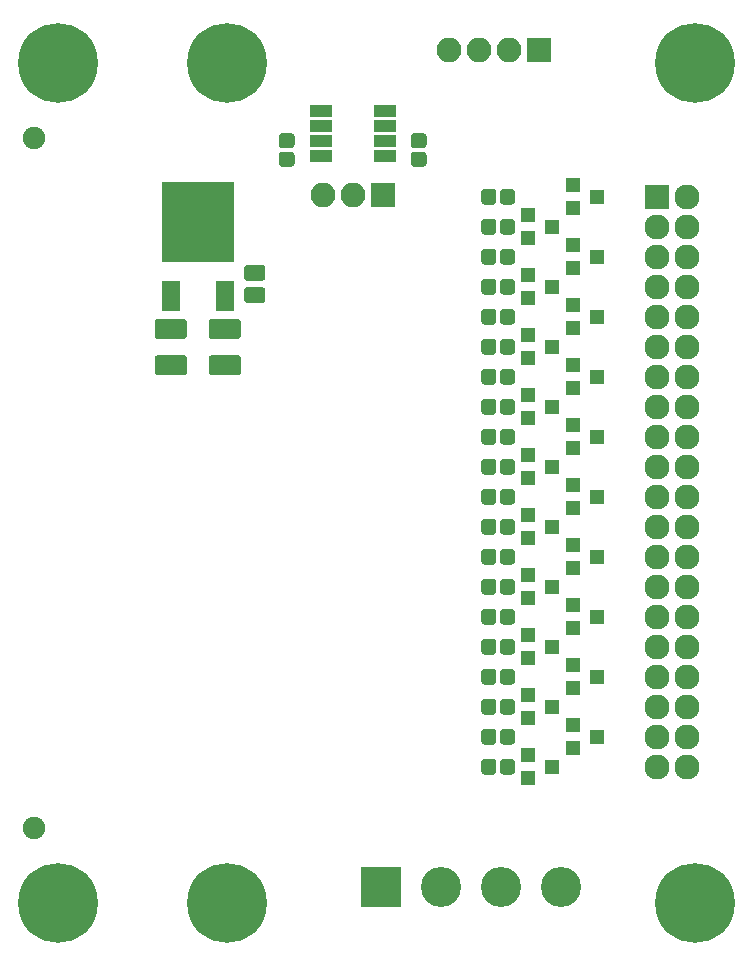
<source format=gbr>
G04 #@! TF.GenerationSoftware,KiCad,Pcbnew,5.0.0*
G04 #@! TF.CreationDate,2018-09-21T23:47:20-07:00*
G04 #@! TF.ProjectId,HSMC-GPIO-kicad,48534D432D4750494F2D6B696361642E,rev?*
G04 #@! TF.SameCoordinates,Original*
G04 #@! TF.FileFunction,Soldermask,Top*
G04 #@! TF.FilePolarity,Negative*
%FSLAX46Y46*%
G04 Gerber Fmt 4.6, Leading zero omitted, Abs format (unit mm)*
G04 Created by KiCad (PCBNEW 5.0.0) date Fri Sep 21 23:47:20 2018*
%MOMM*%
%LPD*%
G01*
G04 APERTURE LIST*
%ADD10R,1.300000X1.200000*%
%ADD11C,0.100000*%
%ADD12C,1.275000*%
%ADD13R,1.950000X1.000000*%
%ADD14C,1.725000*%
%ADD15C,6.750000*%
%ADD16C,1.901140*%
%ADD17C,3.400000*%
%ADD18R,3.400000X3.400000*%
%ADD19R,1.600000X2.600000*%
%ADD20R,6.200000X6.800000*%
%ADD21R,2.100000X2.100000*%
%ADD22O,2.100000X2.100000*%
%ADD23C,1.375000*%
%ADD24O,2.127200X2.127200*%
%ADD25R,2.127200X2.127200*%
G04 APERTURE END LIST*
D10*
G04 #@! TO.C,D27*
X72951710Y-73230200D03*
X70951710Y-74180200D03*
X70951710Y-72280200D03*
G04 #@! TD*
G04 #@! TO.C,D3*
X72951710Y-42750200D03*
X70951710Y-43700200D03*
X70951710Y-41800200D03*
G04 #@! TD*
G04 #@! TO.C,D11*
X72951710Y-52910200D03*
X70951710Y-53860200D03*
X70951710Y-51960200D03*
G04 #@! TD*
G04 #@! TO.C,D19*
X72951710Y-63070200D03*
X70951710Y-64020200D03*
X70951710Y-62120200D03*
G04 #@! TD*
G04 #@! TO.C,D15*
X72951710Y-57990200D03*
X70951710Y-58940200D03*
X70951710Y-57040200D03*
G04 #@! TD*
G04 #@! TO.C,D31*
X72951710Y-78310200D03*
X70951710Y-79260200D03*
X70951710Y-77360200D03*
G04 #@! TD*
G04 #@! TO.C,D35*
X72951710Y-83390200D03*
X70951710Y-84340200D03*
X70951710Y-82440200D03*
G04 #@! TD*
G04 #@! TO.C,D23*
X72951710Y-68150200D03*
X70951710Y-69100200D03*
X70951710Y-67200200D03*
G04 #@! TD*
G04 #@! TO.C,D7*
X72951710Y-47830200D03*
X70951710Y-48780200D03*
X70951710Y-46880200D03*
G04 #@! TD*
D11*
G04 #@! TO.C,R41*
G36*
X50876203Y-36404705D02*
X50907145Y-36409295D01*
X50937488Y-36416895D01*
X50966940Y-36427433D01*
X50995218Y-36440808D01*
X51022048Y-36456889D01*
X51047173Y-36475523D01*
X51070350Y-36496530D01*
X51091357Y-36519707D01*
X51109991Y-36544832D01*
X51126072Y-36571662D01*
X51139447Y-36599940D01*
X51149985Y-36629392D01*
X51157585Y-36659735D01*
X51162175Y-36690677D01*
X51163710Y-36721920D01*
X51163710Y-37359420D01*
X51162175Y-37390663D01*
X51157585Y-37421605D01*
X51149985Y-37451948D01*
X51139447Y-37481400D01*
X51126072Y-37509678D01*
X51109991Y-37536508D01*
X51091357Y-37561633D01*
X51070350Y-37584810D01*
X51047173Y-37605817D01*
X51022048Y-37624451D01*
X50995218Y-37640532D01*
X50966940Y-37653907D01*
X50937488Y-37664445D01*
X50907145Y-37672045D01*
X50876203Y-37676635D01*
X50844960Y-37678170D01*
X50132460Y-37678170D01*
X50101217Y-37676635D01*
X50070275Y-37672045D01*
X50039932Y-37664445D01*
X50010480Y-37653907D01*
X49982202Y-37640532D01*
X49955372Y-37624451D01*
X49930247Y-37605817D01*
X49907070Y-37584810D01*
X49886063Y-37561633D01*
X49867429Y-37536508D01*
X49851348Y-37509678D01*
X49837973Y-37481400D01*
X49827435Y-37451948D01*
X49819835Y-37421605D01*
X49815245Y-37390663D01*
X49813710Y-37359420D01*
X49813710Y-36721920D01*
X49815245Y-36690677D01*
X49819835Y-36659735D01*
X49827435Y-36629392D01*
X49837973Y-36599940D01*
X49851348Y-36571662D01*
X49867429Y-36544832D01*
X49886063Y-36519707D01*
X49907070Y-36496530D01*
X49930247Y-36475523D01*
X49955372Y-36456889D01*
X49982202Y-36440808D01*
X50010480Y-36427433D01*
X50039932Y-36416895D01*
X50070275Y-36409295D01*
X50101217Y-36404705D01*
X50132460Y-36403170D01*
X50844960Y-36403170D01*
X50876203Y-36404705D01*
X50876203Y-36404705D01*
G37*
D12*
X50488710Y-37040670D03*
D11*
G36*
X50876203Y-34829705D02*
X50907145Y-34834295D01*
X50937488Y-34841895D01*
X50966940Y-34852433D01*
X50995218Y-34865808D01*
X51022048Y-34881889D01*
X51047173Y-34900523D01*
X51070350Y-34921530D01*
X51091357Y-34944707D01*
X51109991Y-34969832D01*
X51126072Y-34996662D01*
X51139447Y-35024940D01*
X51149985Y-35054392D01*
X51157585Y-35084735D01*
X51162175Y-35115677D01*
X51163710Y-35146920D01*
X51163710Y-35784420D01*
X51162175Y-35815663D01*
X51157585Y-35846605D01*
X51149985Y-35876948D01*
X51139447Y-35906400D01*
X51126072Y-35934678D01*
X51109991Y-35961508D01*
X51091357Y-35986633D01*
X51070350Y-36009810D01*
X51047173Y-36030817D01*
X51022048Y-36049451D01*
X50995218Y-36065532D01*
X50966940Y-36078907D01*
X50937488Y-36089445D01*
X50907145Y-36097045D01*
X50876203Y-36101635D01*
X50844960Y-36103170D01*
X50132460Y-36103170D01*
X50101217Y-36101635D01*
X50070275Y-36097045D01*
X50039932Y-36089445D01*
X50010480Y-36078907D01*
X49982202Y-36065532D01*
X49955372Y-36049451D01*
X49930247Y-36030817D01*
X49907070Y-36009810D01*
X49886063Y-35986633D01*
X49867429Y-35961508D01*
X49851348Y-35934678D01*
X49837973Y-35906400D01*
X49827435Y-35876948D01*
X49819835Y-35846605D01*
X49815245Y-35815663D01*
X49813710Y-35784420D01*
X49813710Y-35146920D01*
X49815245Y-35115677D01*
X49819835Y-35084735D01*
X49827435Y-35054392D01*
X49837973Y-35024940D01*
X49851348Y-34996662D01*
X49867429Y-34969832D01*
X49886063Y-34944707D01*
X49907070Y-34921530D01*
X49930247Y-34900523D01*
X49955372Y-34881889D01*
X49982202Y-34865808D01*
X50010480Y-34852433D01*
X50039932Y-34841895D01*
X50070275Y-34834295D01*
X50101217Y-34829705D01*
X50132460Y-34828170D01*
X50844960Y-34828170D01*
X50876203Y-34829705D01*
X50876203Y-34829705D01*
G37*
D12*
X50488710Y-35465670D03*
G04 #@! TD*
D11*
G04 #@! TO.C,R44*
G36*
X62052203Y-36404705D02*
X62083145Y-36409295D01*
X62113488Y-36416895D01*
X62142940Y-36427433D01*
X62171218Y-36440808D01*
X62198048Y-36456889D01*
X62223173Y-36475523D01*
X62246350Y-36496530D01*
X62267357Y-36519707D01*
X62285991Y-36544832D01*
X62302072Y-36571662D01*
X62315447Y-36599940D01*
X62325985Y-36629392D01*
X62333585Y-36659735D01*
X62338175Y-36690677D01*
X62339710Y-36721920D01*
X62339710Y-37359420D01*
X62338175Y-37390663D01*
X62333585Y-37421605D01*
X62325985Y-37451948D01*
X62315447Y-37481400D01*
X62302072Y-37509678D01*
X62285991Y-37536508D01*
X62267357Y-37561633D01*
X62246350Y-37584810D01*
X62223173Y-37605817D01*
X62198048Y-37624451D01*
X62171218Y-37640532D01*
X62142940Y-37653907D01*
X62113488Y-37664445D01*
X62083145Y-37672045D01*
X62052203Y-37676635D01*
X62020960Y-37678170D01*
X61308460Y-37678170D01*
X61277217Y-37676635D01*
X61246275Y-37672045D01*
X61215932Y-37664445D01*
X61186480Y-37653907D01*
X61158202Y-37640532D01*
X61131372Y-37624451D01*
X61106247Y-37605817D01*
X61083070Y-37584810D01*
X61062063Y-37561633D01*
X61043429Y-37536508D01*
X61027348Y-37509678D01*
X61013973Y-37481400D01*
X61003435Y-37451948D01*
X60995835Y-37421605D01*
X60991245Y-37390663D01*
X60989710Y-37359420D01*
X60989710Y-36721920D01*
X60991245Y-36690677D01*
X60995835Y-36659735D01*
X61003435Y-36629392D01*
X61013973Y-36599940D01*
X61027348Y-36571662D01*
X61043429Y-36544832D01*
X61062063Y-36519707D01*
X61083070Y-36496530D01*
X61106247Y-36475523D01*
X61131372Y-36456889D01*
X61158202Y-36440808D01*
X61186480Y-36427433D01*
X61215932Y-36416895D01*
X61246275Y-36409295D01*
X61277217Y-36404705D01*
X61308460Y-36403170D01*
X62020960Y-36403170D01*
X62052203Y-36404705D01*
X62052203Y-36404705D01*
G37*
D12*
X61664710Y-37040670D03*
D11*
G36*
X62052203Y-34829705D02*
X62083145Y-34834295D01*
X62113488Y-34841895D01*
X62142940Y-34852433D01*
X62171218Y-34865808D01*
X62198048Y-34881889D01*
X62223173Y-34900523D01*
X62246350Y-34921530D01*
X62267357Y-34944707D01*
X62285991Y-34969832D01*
X62302072Y-34996662D01*
X62315447Y-35024940D01*
X62325985Y-35054392D01*
X62333585Y-35084735D01*
X62338175Y-35115677D01*
X62339710Y-35146920D01*
X62339710Y-35784420D01*
X62338175Y-35815663D01*
X62333585Y-35846605D01*
X62325985Y-35876948D01*
X62315447Y-35906400D01*
X62302072Y-35934678D01*
X62285991Y-35961508D01*
X62267357Y-35986633D01*
X62246350Y-36009810D01*
X62223173Y-36030817D01*
X62198048Y-36049451D01*
X62171218Y-36065532D01*
X62142940Y-36078907D01*
X62113488Y-36089445D01*
X62083145Y-36097045D01*
X62052203Y-36101635D01*
X62020960Y-36103170D01*
X61308460Y-36103170D01*
X61277217Y-36101635D01*
X61246275Y-36097045D01*
X61215932Y-36089445D01*
X61186480Y-36078907D01*
X61158202Y-36065532D01*
X61131372Y-36049451D01*
X61106247Y-36030817D01*
X61083070Y-36009810D01*
X61062063Y-35986633D01*
X61043429Y-35961508D01*
X61027348Y-35934678D01*
X61013973Y-35906400D01*
X61003435Y-35876948D01*
X60995835Y-35846605D01*
X60991245Y-35815663D01*
X60989710Y-35784420D01*
X60989710Y-35146920D01*
X60991245Y-35115677D01*
X60995835Y-35084735D01*
X61003435Y-35054392D01*
X61013973Y-35024940D01*
X61027348Y-34996662D01*
X61043429Y-34969832D01*
X61062063Y-34944707D01*
X61083070Y-34921530D01*
X61106247Y-34900523D01*
X61131372Y-34881889D01*
X61158202Y-34865808D01*
X61186480Y-34852433D01*
X61215932Y-34841895D01*
X61246275Y-34834295D01*
X61277217Y-34829705D01*
X61308460Y-34828170D01*
X62020960Y-34828170D01*
X62052203Y-34829705D01*
X62052203Y-34829705D01*
G37*
D12*
X61664710Y-35465670D03*
G04 #@! TD*
D13*
G04 #@! TO.C,U2*
X58776710Y-36735670D03*
X58776710Y-35465670D03*
X58776710Y-34195670D03*
X58776710Y-32925670D03*
X53376710Y-32925670D03*
X53376710Y-34195670D03*
X53376710Y-35465670D03*
X53376710Y-36735670D03*
G04 #@! TD*
D11*
G04 #@! TO.C,C3*
G36*
X46336941Y-53621977D02*
X46368535Y-53626664D01*
X46399518Y-53634425D01*
X46429591Y-53645185D01*
X46458465Y-53658841D01*
X46485861Y-53675262D01*
X46511516Y-53694289D01*
X46535182Y-53715738D01*
X46556631Y-53739404D01*
X46575658Y-53765059D01*
X46592079Y-53792455D01*
X46605735Y-53821329D01*
X46616495Y-53851402D01*
X46624256Y-53882385D01*
X46628943Y-53913979D01*
X46630510Y-53945881D01*
X46630510Y-55019939D01*
X46628943Y-55051841D01*
X46624256Y-55083435D01*
X46616495Y-55114418D01*
X46605735Y-55144491D01*
X46592079Y-55173365D01*
X46575658Y-55200761D01*
X46556631Y-55226416D01*
X46535182Y-55250082D01*
X46511516Y-55271531D01*
X46485861Y-55290558D01*
X46458465Y-55306979D01*
X46429591Y-55320635D01*
X46399518Y-55331395D01*
X46368535Y-55339156D01*
X46336941Y-55343843D01*
X46305039Y-55345410D01*
X44205981Y-55345410D01*
X44174079Y-55343843D01*
X44142485Y-55339156D01*
X44111502Y-55331395D01*
X44081429Y-55320635D01*
X44052555Y-55306979D01*
X44025159Y-55290558D01*
X43999504Y-55271531D01*
X43975838Y-55250082D01*
X43954389Y-55226416D01*
X43935362Y-55200761D01*
X43918941Y-55173365D01*
X43905285Y-55144491D01*
X43894525Y-55114418D01*
X43886764Y-55083435D01*
X43882077Y-55051841D01*
X43880510Y-55019939D01*
X43880510Y-53945881D01*
X43882077Y-53913979D01*
X43886764Y-53882385D01*
X43894525Y-53851402D01*
X43905285Y-53821329D01*
X43918941Y-53792455D01*
X43935362Y-53765059D01*
X43954389Y-53739404D01*
X43975838Y-53715738D01*
X43999504Y-53694289D01*
X44025159Y-53675262D01*
X44052555Y-53658841D01*
X44081429Y-53645185D01*
X44111502Y-53634425D01*
X44142485Y-53626664D01*
X44174079Y-53621977D01*
X44205981Y-53620410D01*
X46305039Y-53620410D01*
X46336941Y-53621977D01*
X46336941Y-53621977D01*
G37*
D14*
X45255510Y-54482910D03*
D11*
G36*
X46336941Y-50546977D02*
X46368535Y-50551664D01*
X46399518Y-50559425D01*
X46429591Y-50570185D01*
X46458465Y-50583841D01*
X46485861Y-50600262D01*
X46511516Y-50619289D01*
X46535182Y-50640738D01*
X46556631Y-50664404D01*
X46575658Y-50690059D01*
X46592079Y-50717455D01*
X46605735Y-50746329D01*
X46616495Y-50776402D01*
X46624256Y-50807385D01*
X46628943Y-50838979D01*
X46630510Y-50870881D01*
X46630510Y-51944939D01*
X46628943Y-51976841D01*
X46624256Y-52008435D01*
X46616495Y-52039418D01*
X46605735Y-52069491D01*
X46592079Y-52098365D01*
X46575658Y-52125761D01*
X46556631Y-52151416D01*
X46535182Y-52175082D01*
X46511516Y-52196531D01*
X46485861Y-52215558D01*
X46458465Y-52231979D01*
X46429591Y-52245635D01*
X46399518Y-52256395D01*
X46368535Y-52264156D01*
X46336941Y-52268843D01*
X46305039Y-52270410D01*
X44205981Y-52270410D01*
X44174079Y-52268843D01*
X44142485Y-52264156D01*
X44111502Y-52256395D01*
X44081429Y-52245635D01*
X44052555Y-52231979D01*
X44025159Y-52215558D01*
X43999504Y-52196531D01*
X43975838Y-52175082D01*
X43954389Y-52151416D01*
X43935362Y-52125761D01*
X43918941Y-52098365D01*
X43905285Y-52069491D01*
X43894525Y-52039418D01*
X43886764Y-52008435D01*
X43882077Y-51976841D01*
X43880510Y-51944939D01*
X43880510Y-50870881D01*
X43882077Y-50838979D01*
X43886764Y-50807385D01*
X43894525Y-50776402D01*
X43905285Y-50746329D01*
X43918941Y-50717455D01*
X43935362Y-50690059D01*
X43954389Y-50664404D01*
X43975838Y-50640738D01*
X43999504Y-50619289D01*
X44025159Y-50600262D01*
X44052555Y-50583841D01*
X44081429Y-50570185D01*
X44111502Y-50559425D01*
X44142485Y-50551664D01*
X44174079Y-50546977D01*
X44205981Y-50545410D01*
X46305039Y-50545410D01*
X46336941Y-50546977D01*
X46336941Y-50546977D01*
G37*
D14*
X45255510Y-51407910D03*
G04 #@! TD*
D11*
G04 #@! TO.C,C2*
G36*
X41764941Y-53621977D02*
X41796535Y-53626664D01*
X41827518Y-53634425D01*
X41857591Y-53645185D01*
X41886465Y-53658841D01*
X41913861Y-53675262D01*
X41939516Y-53694289D01*
X41963182Y-53715738D01*
X41984631Y-53739404D01*
X42003658Y-53765059D01*
X42020079Y-53792455D01*
X42033735Y-53821329D01*
X42044495Y-53851402D01*
X42052256Y-53882385D01*
X42056943Y-53913979D01*
X42058510Y-53945881D01*
X42058510Y-55019939D01*
X42056943Y-55051841D01*
X42052256Y-55083435D01*
X42044495Y-55114418D01*
X42033735Y-55144491D01*
X42020079Y-55173365D01*
X42003658Y-55200761D01*
X41984631Y-55226416D01*
X41963182Y-55250082D01*
X41939516Y-55271531D01*
X41913861Y-55290558D01*
X41886465Y-55306979D01*
X41857591Y-55320635D01*
X41827518Y-55331395D01*
X41796535Y-55339156D01*
X41764941Y-55343843D01*
X41733039Y-55345410D01*
X39633981Y-55345410D01*
X39602079Y-55343843D01*
X39570485Y-55339156D01*
X39539502Y-55331395D01*
X39509429Y-55320635D01*
X39480555Y-55306979D01*
X39453159Y-55290558D01*
X39427504Y-55271531D01*
X39403838Y-55250082D01*
X39382389Y-55226416D01*
X39363362Y-55200761D01*
X39346941Y-55173365D01*
X39333285Y-55144491D01*
X39322525Y-55114418D01*
X39314764Y-55083435D01*
X39310077Y-55051841D01*
X39308510Y-55019939D01*
X39308510Y-53945881D01*
X39310077Y-53913979D01*
X39314764Y-53882385D01*
X39322525Y-53851402D01*
X39333285Y-53821329D01*
X39346941Y-53792455D01*
X39363362Y-53765059D01*
X39382389Y-53739404D01*
X39403838Y-53715738D01*
X39427504Y-53694289D01*
X39453159Y-53675262D01*
X39480555Y-53658841D01*
X39509429Y-53645185D01*
X39539502Y-53634425D01*
X39570485Y-53626664D01*
X39602079Y-53621977D01*
X39633981Y-53620410D01*
X41733039Y-53620410D01*
X41764941Y-53621977D01*
X41764941Y-53621977D01*
G37*
D14*
X40683510Y-54482910D03*
D11*
G36*
X41764941Y-50546977D02*
X41796535Y-50551664D01*
X41827518Y-50559425D01*
X41857591Y-50570185D01*
X41886465Y-50583841D01*
X41913861Y-50600262D01*
X41939516Y-50619289D01*
X41963182Y-50640738D01*
X41984631Y-50664404D01*
X42003658Y-50690059D01*
X42020079Y-50717455D01*
X42033735Y-50746329D01*
X42044495Y-50776402D01*
X42052256Y-50807385D01*
X42056943Y-50838979D01*
X42058510Y-50870881D01*
X42058510Y-51944939D01*
X42056943Y-51976841D01*
X42052256Y-52008435D01*
X42044495Y-52039418D01*
X42033735Y-52069491D01*
X42020079Y-52098365D01*
X42003658Y-52125761D01*
X41984631Y-52151416D01*
X41963182Y-52175082D01*
X41939516Y-52196531D01*
X41913861Y-52215558D01*
X41886465Y-52231979D01*
X41857591Y-52245635D01*
X41827518Y-52256395D01*
X41796535Y-52264156D01*
X41764941Y-52268843D01*
X41733039Y-52270410D01*
X39633981Y-52270410D01*
X39602079Y-52268843D01*
X39570485Y-52264156D01*
X39539502Y-52256395D01*
X39509429Y-52245635D01*
X39480555Y-52231979D01*
X39453159Y-52215558D01*
X39427504Y-52196531D01*
X39403838Y-52175082D01*
X39382389Y-52151416D01*
X39363362Y-52125761D01*
X39346941Y-52098365D01*
X39333285Y-52069491D01*
X39322525Y-52039418D01*
X39314764Y-52008435D01*
X39310077Y-51976841D01*
X39308510Y-51944939D01*
X39308510Y-50870881D01*
X39310077Y-50838979D01*
X39314764Y-50807385D01*
X39322525Y-50776402D01*
X39333285Y-50746329D01*
X39346941Y-50717455D01*
X39363362Y-50690059D01*
X39382389Y-50664404D01*
X39403838Y-50640738D01*
X39427504Y-50619289D01*
X39453159Y-50600262D01*
X39480555Y-50583841D01*
X39509429Y-50570185D01*
X39539502Y-50559425D01*
X39570485Y-50551664D01*
X39602079Y-50546977D01*
X39633981Y-50545410D01*
X41733039Y-50545410D01*
X41764941Y-50546977D01*
X41764941Y-50546977D01*
G37*
D14*
X40683510Y-51407910D03*
G04 #@! TD*
D10*
G04 #@! TO.C,D37*
X76761710Y-85930200D03*
X74761710Y-86880200D03*
X74761710Y-84980200D03*
G04 #@! TD*
G04 #@! TO.C,D1*
X76761710Y-40210200D03*
X74761710Y-41160200D03*
X74761710Y-39260200D03*
G04 #@! TD*
G04 #@! TO.C,D33*
X76761710Y-80850200D03*
X74761710Y-81800200D03*
X74761710Y-79900200D03*
G04 #@! TD*
G04 #@! TO.C,D9*
X76761710Y-50370200D03*
X74761710Y-51320200D03*
X74761710Y-49420200D03*
G04 #@! TD*
G04 #@! TO.C,D5*
X76761710Y-45290200D03*
X74761710Y-46240200D03*
X74761710Y-44340200D03*
G04 #@! TD*
G04 #@! TO.C,D17*
X76761710Y-60530200D03*
X74761710Y-61480200D03*
X74761710Y-59580200D03*
G04 #@! TD*
G04 #@! TO.C,D13*
X76761710Y-55450200D03*
X74761710Y-56400200D03*
X74761710Y-54500200D03*
G04 #@! TD*
G04 #@! TO.C,D21*
X76761710Y-65610200D03*
X74761710Y-66560200D03*
X74761710Y-64660200D03*
G04 #@! TD*
G04 #@! TO.C,D29*
X76761710Y-75770200D03*
X74761710Y-76720200D03*
X74761710Y-74820200D03*
G04 #@! TD*
G04 #@! TO.C,D25*
X76761710Y-70690200D03*
X74761710Y-71640200D03*
X74761710Y-69740200D03*
G04 #@! TD*
G04 #@! TO.C,D39*
X72951710Y-88470200D03*
X70951710Y-89420200D03*
X70951710Y-87520200D03*
G04 #@! TD*
D15*
G04 #@! TO.C,J1*
X45415200Y-28905200D03*
X45415200Y-100025200D03*
X31115000Y-28905200D03*
X31115000Y-100025200D03*
D16*
X29083000Y-35227260D03*
X29083000Y-93703140D03*
G04 #@! TD*
D15*
G04 #@! TO.C,MH2*
X85090000Y-28905200D03*
G04 #@! TD*
G04 #@! TO.C,MH1*
X85090000Y-100025200D03*
G04 #@! TD*
D17*
G04 #@! TO.C,J4*
X73729710Y-98630200D03*
D18*
X58489710Y-98630200D03*
D17*
X68649710Y-98630200D03*
X63569710Y-98630200D03*
G04 #@! TD*
D19*
G04 #@! TO.C,U1*
X40683510Y-48613910D03*
X45243510Y-48613910D03*
D20*
X42963510Y-42313910D03*
G04 #@! TD*
D11*
G04 #@! TO.C,R35*
G36*
X67958203Y-82716735D02*
X67989145Y-82721325D01*
X68019488Y-82728925D01*
X68048940Y-82739463D01*
X68077218Y-82752838D01*
X68104048Y-82768919D01*
X68129173Y-82787553D01*
X68152350Y-82808560D01*
X68173357Y-82831737D01*
X68191991Y-82856862D01*
X68208072Y-82883692D01*
X68221447Y-82911970D01*
X68231985Y-82941422D01*
X68239585Y-82971765D01*
X68244175Y-83002707D01*
X68245710Y-83033950D01*
X68245710Y-83746450D01*
X68244175Y-83777693D01*
X68239585Y-83808635D01*
X68231985Y-83838978D01*
X68221447Y-83868430D01*
X68208072Y-83896708D01*
X68191991Y-83923538D01*
X68173357Y-83948663D01*
X68152350Y-83971840D01*
X68129173Y-83992847D01*
X68104048Y-84011481D01*
X68077218Y-84027562D01*
X68048940Y-84040937D01*
X68019488Y-84051475D01*
X67989145Y-84059075D01*
X67958203Y-84063665D01*
X67926960Y-84065200D01*
X67289460Y-84065200D01*
X67258217Y-84063665D01*
X67227275Y-84059075D01*
X67196932Y-84051475D01*
X67167480Y-84040937D01*
X67139202Y-84027562D01*
X67112372Y-84011481D01*
X67087247Y-83992847D01*
X67064070Y-83971840D01*
X67043063Y-83948663D01*
X67024429Y-83923538D01*
X67008348Y-83896708D01*
X66994973Y-83868430D01*
X66984435Y-83838978D01*
X66976835Y-83808635D01*
X66972245Y-83777693D01*
X66970710Y-83746450D01*
X66970710Y-83033950D01*
X66972245Y-83002707D01*
X66976835Y-82971765D01*
X66984435Y-82941422D01*
X66994973Y-82911970D01*
X67008348Y-82883692D01*
X67024429Y-82856862D01*
X67043063Y-82831737D01*
X67064070Y-82808560D01*
X67087247Y-82787553D01*
X67112372Y-82768919D01*
X67139202Y-82752838D01*
X67167480Y-82739463D01*
X67196932Y-82728925D01*
X67227275Y-82721325D01*
X67258217Y-82716735D01*
X67289460Y-82715200D01*
X67926960Y-82715200D01*
X67958203Y-82716735D01*
X67958203Y-82716735D01*
G37*
D12*
X67608210Y-83390200D03*
D11*
G36*
X69533203Y-82716735D02*
X69564145Y-82721325D01*
X69594488Y-82728925D01*
X69623940Y-82739463D01*
X69652218Y-82752838D01*
X69679048Y-82768919D01*
X69704173Y-82787553D01*
X69727350Y-82808560D01*
X69748357Y-82831737D01*
X69766991Y-82856862D01*
X69783072Y-82883692D01*
X69796447Y-82911970D01*
X69806985Y-82941422D01*
X69814585Y-82971765D01*
X69819175Y-83002707D01*
X69820710Y-83033950D01*
X69820710Y-83746450D01*
X69819175Y-83777693D01*
X69814585Y-83808635D01*
X69806985Y-83838978D01*
X69796447Y-83868430D01*
X69783072Y-83896708D01*
X69766991Y-83923538D01*
X69748357Y-83948663D01*
X69727350Y-83971840D01*
X69704173Y-83992847D01*
X69679048Y-84011481D01*
X69652218Y-84027562D01*
X69623940Y-84040937D01*
X69594488Y-84051475D01*
X69564145Y-84059075D01*
X69533203Y-84063665D01*
X69501960Y-84065200D01*
X68864460Y-84065200D01*
X68833217Y-84063665D01*
X68802275Y-84059075D01*
X68771932Y-84051475D01*
X68742480Y-84040937D01*
X68714202Y-84027562D01*
X68687372Y-84011481D01*
X68662247Y-83992847D01*
X68639070Y-83971840D01*
X68618063Y-83948663D01*
X68599429Y-83923538D01*
X68583348Y-83896708D01*
X68569973Y-83868430D01*
X68559435Y-83838978D01*
X68551835Y-83808635D01*
X68547245Y-83777693D01*
X68545710Y-83746450D01*
X68545710Y-83033950D01*
X68547245Y-83002707D01*
X68551835Y-82971765D01*
X68559435Y-82941422D01*
X68569973Y-82911970D01*
X68583348Y-82883692D01*
X68599429Y-82856862D01*
X68618063Y-82831737D01*
X68639070Y-82808560D01*
X68662247Y-82787553D01*
X68687372Y-82768919D01*
X68714202Y-82752838D01*
X68742480Y-82739463D01*
X68771932Y-82728925D01*
X68802275Y-82721325D01*
X68833217Y-82716735D01*
X68864460Y-82715200D01*
X69501960Y-82715200D01*
X69533203Y-82716735D01*
X69533203Y-82716735D01*
G37*
D12*
X69183210Y-83390200D03*
G04 #@! TD*
D11*
G04 #@! TO.C,R11*
G36*
X67958203Y-52236735D02*
X67989145Y-52241325D01*
X68019488Y-52248925D01*
X68048940Y-52259463D01*
X68077218Y-52272838D01*
X68104048Y-52288919D01*
X68129173Y-52307553D01*
X68152350Y-52328560D01*
X68173357Y-52351737D01*
X68191991Y-52376862D01*
X68208072Y-52403692D01*
X68221447Y-52431970D01*
X68231985Y-52461422D01*
X68239585Y-52491765D01*
X68244175Y-52522707D01*
X68245710Y-52553950D01*
X68245710Y-53266450D01*
X68244175Y-53297693D01*
X68239585Y-53328635D01*
X68231985Y-53358978D01*
X68221447Y-53388430D01*
X68208072Y-53416708D01*
X68191991Y-53443538D01*
X68173357Y-53468663D01*
X68152350Y-53491840D01*
X68129173Y-53512847D01*
X68104048Y-53531481D01*
X68077218Y-53547562D01*
X68048940Y-53560937D01*
X68019488Y-53571475D01*
X67989145Y-53579075D01*
X67958203Y-53583665D01*
X67926960Y-53585200D01*
X67289460Y-53585200D01*
X67258217Y-53583665D01*
X67227275Y-53579075D01*
X67196932Y-53571475D01*
X67167480Y-53560937D01*
X67139202Y-53547562D01*
X67112372Y-53531481D01*
X67087247Y-53512847D01*
X67064070Y-53491840D01*
X67043063Y-53468663D01*
X67024429Y-53443538D01*
X67008348Y-53416708D01*
X66994973Y-53388430D01*
X66984435Y-53358978D01*
X66976835Y-53328635D01*
X66972245Y-53297693D01*
X66970710Y-53266450D01*
X66970710Y-52553950D01*
X66972245Y-52522707D01*
X66976835Y-52491765D01*
X66984435Y-52461422D01*
X66994973Y-52431970D01*
X67008348Y-52403692D01*
X67024429Y-52376862D01*
X67043063Y-52351737D01*
X67064070Y-52328560D01*
X67087247Y-52307553D01*
X67112372Y-52288919D01*
X67139202Y-52272838D01*
X67167480Y-52259463D01*
X67196932Y-52248925D01*
X67227275Y-52241325D01*
X67258217Y-52236735D01*
X67289460Y-52235200D01*
X67926960Y-52235200D01*
X67958203Y-52236735D01*
X67958203Y-52236735D01*
G37*
D12*
X67608210Y-52910200D03*
D11*
G36*
X69533203Y-52236735D02*
X69564145Y-52241325D01*
X69594488Y-52248925D01*
X69623940Y-52259463D01*
X69652218Y-52272838D01*
X69679048Y-52288919D01*
X69704173Y-52307553D01*
X69727350Y-52328560D01*
X69748357Y-52351737D01*
X69766991Y-52376862D01*
X69783072Y-52403692D01*
X69796447Y-52431970D01*
X69806985Y-52461422D01*
X69814585Y-52491765D01*
X69819175Y-52522707D01*
X69820710Y-52553950D01*
X69820710Y-53266450D01*
X69819175Y-53297693D01*
X69814585Y-53328635D01*
X69806985Y-53358978D01*
X69796447Y-53388430D01*
X69783072Y-53416708D01*
X69766991Y-53443538D01*
X69748357Y-53468663D01*
X69727350Y-53491840D01*
X69704173Y-53512847D01*
X69679048Y-53531481D01*
X69652218Y-53547562D01*
X69623940Y-53560937D01*
X69594488Y-53571475D01*
X69564145Y-53579075D01*
X69533203Y-53583665D01*
X69501960Y-53585200D01*
X68864460Y-53585200D01*
X68833217Y-53583665D01*
X68802275Y-53579075D01*
X68771932Y-53571475D01*
X68742480Y-53560937D01*
X68714202Y-53547562D01*
X68687372Y-53531481D01*
X68662247Y-53512847D01*
X68639070Y-53491840D01*
X68618063Y-53468663D01*
X68599429Y-53443538D01*
X68583348Y-53416708D01*
X68569973Y-53388430D01*
X68559435Y-53358978D01*
X68551835Y-53328635D01*
X68547245Y-53297693D01*
X68545710Y-53266450D01*
X68545710Y-52553950D01*
X68547245Y-52522707D01*
X68551835Y-52491765D01*
X68559435Y-52461422D01*
X68569973Y-52431970D01*
X68583348Y-52403692D01*
X68599429Y-52376862D01*
X68618063Y-52351737D01*
X68639070Y-52328560D01*
X68662247Y-52307553D01*
X68687372Y-52288919D01*
X68714202Y-52272838D01*
X68742480Y-52259463D01*
X68771932Y-52248925D01*
X68802275Y-52241325D01*
X68833217Y-52236735D01*
X68864460Y-52235200D01*
X69501960Y-52235200D01*
X69533203Y-52236735D01*
X69533203Y-52236735D01*
G37*
D12*
X69183210Y-52910200D03*
G04 #@! TD*
D11*
G04 #@! TO.C,R29*
G36*
X67958203Y-75096735D02*
X67989145Y-75101325D01*
X68019488Y-75108925D01*
X68048940Y-75119463D01*
X68077218Y-75132838D01*
X68104048Y-75148919D01*
X68129173Y-75167553D01*
X68152350Y-75188560D01*
X68173357Y-75211737D01*
X68191991Y-75236862D01*
X68208072Y-75263692D01*
X68221447Y-75291970D01*
X68231985Y-75321422D01*
X68239585Y-75351765D01*
X68244175Y-75382707D01*
X68245710Y-75413950D01*
X68245710Y-76126450D01*
X68244175Y-76157693D01*
X68239585Y-76188635D01*
X68231985Y-76218978D01*
X68221447Y-76248430D01*
X68208072Y-76276708D01*
X68191991Y-76303538D01*
X68173357Y-76328663D01*
X68152350Y-76351840D01*
X68129173Y-76372847D01*
X68104048Y-76391481D01*
X68077218Y-76407562D01*
X68048940Y-76420937D01*
X68019488Y-76431475D01*
X67989145Y-76439075D01*
X67958203Y-76443665D01*
X67926960Y-76445200D01*
X67289460Y-76445200D01*
X67258217Y-76443665D01*
X67227275Y-76439075D01*
X67196932Y-76431475D01*
X67167480Y-76420937D01*
X67139202Y-76407562D01*
X67112372Y-76391481D01*
X67087247Y-76372847D01*
X67064070Y-76351840D01*
X67043063Y-76328663D01*
X67024429Y-76303538D01*
X67008348Y-76276708D01*
X66994973Y-76248430D01*
X66984435Y-76218978D01*
X66976835Y-76188635D01*
X66972245Y-76157693D01*
X66970710Y-76126450D01*
X66970710Y-75413950D01*
X66972245Y-75382707D01*
X66976835Y-75351765D01*
X66984435Y-75321422D01*
X66994973Y-75291970D01*
X67008348Y-75263692D01*
X67024429Y-75236862D01*
X67043063Y-75211737D01*
X67064070Y-75188560D01*
X67087247Y-75167553D01*
X67112372Y-75148919D01*
X67139202Y-75132838D01*
X67167480Y-75119463D01*
X67196932Y-75108925D01*
X67227275Y-75101325D01*
X67258217Y-75096735D01*
X67289460Y-75095200D01*
X67926960Y-75095200D01*
X67958203Y-75096735D01*
X67958203Y-75096735D01*
G37*
D12*
X67608210Y-75770200D03*
D11*
G36*
X69533203Y-75096735D02*
X69564145Y-75101325D01*
X69594488Y-75108925D01*
X69623940Y-75119463D01*
X69652218Y-75132838D01*
X69679048Y-75148919D01*
X69704173Y-75167553D01*
X69727350Y-75188560D01*
X69748357Y-75211737D01*
X69766991Y-75236862D01*
X69783072Y-75263692D01*
X69796447Y-75291970D01*
X69806985Y-75321422D01*
X69814585Y-75351765D01*
X69819175Y-75382707D01*
X69820710Y-75413950D01*
X69820710Y-76126450D01*
X69819175Y-76157693D01*
X69814585Y-76188635D01*
X69806985Y-76218978D01*
X69796447Y-76248430D01*
X69783072Y-76276708D01*
X69766991Y-76303538D01*
X69748357Y-76328663D01*
X69727350Y-76351840D01*
X69704173Y-76372847D01*
X69679048Y-76391481D01*
X69652218Y-76407562D01*
X69623940Y-76420937D01*
X69594488Y-76431475D01*
X69564145Y-76439075D01*
X69533203Y-76443665D01*
X69501960Y-76445200D01*
X68864460Y-76445200D01*
X68833217Y-76443665D01*
X68802275Y-76439075D01*
X68771932Y-76431475D01*
X68742480Y-76420937D01*
X68714202Y-76407562D01*
X68687372Y-76391481D01*
X68662247Y-76372847D01*
X68639070Y-76351840D01*
X68618063Y-76328663D01*
X68599429Y-76303538D01*
X68583348Y-76276708D01*
X68569973Y-76248430D01*
X68559435Y-76218978D01*
X68551835Y-76188635D01*
X68547245Y-76157693D01*
X68545710Y-76126450D01*
X68545710Y-75413950D01*
X68547245Y-75382707D01*
X68551835Y-75351765D01*
X68559435Y-75321422D01*
X68569973Y-75291970D01*
X68583348Y-75263692D01*
X68599429Y-75236862D01*
X68618063Y-75211737D01*
X68639070Y-75188560D01*
X68662247Y-75167553D01*
X68687372Y-75148919D01*
X68714202Y-75132838D01*
X68742480Y-75119463D01*
X68771932Y-75108925D01*
X68802275Y-75101325D01*
X68833217Y-75096735D01*
X68864460Y-75095200D01*
X69501960Y-75095200D01*
X69533203Y-75096735D01*
X69533203Y-75096735D01*
G37*
D12*
X69183210Y-75770200D03*
G04 #@! TD*
D11*
G04 #@! TO.C,R33*
G36*
X67958203Y-80176735D02*
X67989145Y-80181325D01*
X68019488Y-80188925D01*
X68048940Y-80199463D01*
X68077218Y-80212838D01*
X68104048Y-80228919D01*
X68129173Y-80247553D01*
X68152350Y-80268560D01*
X68173357Y-80291737D01*
X68191991Y-80316862D01*
X68208072Y-80343692D01*
X68221447Y-80371970D01*
X68231985Y-80401422D01*
X68239585Y-80431765D01*
X68244175Y-80462707D01*
X68245710Y-80493950D01*
X68245710Y-81206450D01*
X68244175Y-81237693D01*
X68239585Y-81268635D01*
X68231985Y-81298978D01*
X68221447Y-81328430D01*
X68208072Y-81356708D01*
X68191991Y-81383538D01*
X68173357Y-81408663D01*
X68152350Y-81431840D01*
X68129173Y-81452847D01*
X68104048Y-81471481D01*
X68077218Y-81487562D01*
X68048940Y-81500937D01*
X68019488Y-81511475D01*
X67989145Y-81519075D01*
X67958203Y-81523665D01*
X67926960Y-81525200D01*
X67289460Y-81525200D01*
X67258217Y-81523665D01*
X67227275Y-81519075D01*
X67196932Y-81511475D01*
X67167480Y-81500937D01*
X67139202Y-81487562D01*
X67112372Y-81471481D01*
X67087247Y-81452847D01*
X67064070Y-81431840D01*
X67043063Y-81408663D01*
X67024429Y-81383538D01*
X67008348Y-81356708D01*
X66994973Y-81328430D01*
X66984435Y-81298978D01*
X66976835Y-81268635D01*
X66972245Y-81237693D01*
X66970710Y-81206450D01*
X66970710Y-80493950D01*
X66972245Y-80462707D01*
X66976835Y-80431765D01*
X66984435Y-80401422D01*
X66994973Y-80371970D01*
X67008348Y-80343692D01*
X67024429Y-80316862D01*
X67043063Y-80291737D01*
X67064070Y-80268560D01*
X67087247Y-80247553D01*
X67112372Y-80228919D01*
X67139202Y-80212838D01*
X67167480Y-80199463D01*
X67196932Y-80188925D01*
X67227275Y-80181325D01*
X67258217Y-80176735D01*
X67289460Y-80175200D01*
X67926960Y-80175200D01*
X67958203Y-80176735D01*
X67958203Y-80176735D01*
G37*
D12*
X67608210Y-80850200D03*
D11*
G36*
X69533203Y-80176735D02*
X69564145Y-80181325D01*
X69594488Y-80188925D01*
X69623940Y-80199463D01*
X69652218Y-80212838D01*
X69679048Y-80228919D01*
X69704173Y-80247553D01*
X69727350Y-80268560D01*
X69748357Y-80291737D01*
X69766991Y-80316862D01*
X69783072Y-80343692D01*
X69796447Y-80371970D01*
X69806985Y-80401422D01*
X69814585Y-80431765D01*
X69819175Y-80462707D01*
X69820710Y-80493950D01*
X69820710Y-81206450D01*
X69819175Y-81237693D01*
X69814585Y-81268635D01*
X69806985Y-81298978D01*
X69796447Y-81328430D01*
X69783072Y-81356708D01*
X69766991Y-81383538D01*
X69748357Y-81408663D01*
X69727350Y-81431840D01*
X69704173Y-81452847D01*
X69679048Y-81471481D01*
X69652218Y-81487562D01*
X69623940Y-81500937D01*
X69594488Y-81511475D01*
X69564145Y-81519075D01*
X69533203Y-81523665D01*
X69501960Y-81525200D01*
X68864460Y-81525200D01*
X68833217Y-81523665D01*
X68802275Y-81519075D01*
X68771932Y-81511475D01*
X68742480Y-81500937D01*
X68714202Y-81487562D01*
X68687372Y-81471481D01*
X68662247Y-81452847D01*
X68639070Y-81431840D01*
X68618063Y-81408663D01*
X68599429Y-81383538D01*
X68583348Y-81356708D01*
X68569973Y-81328430D01*
X68559435Y-81298978D01*
X68551835Y-81268635D01*
X68547245Y-81237693D01*
X68545710Y-81206450D01*
X68545710Y-80493950D01*
X68547245Y-80462707D01*
X68551835Y-80431765D01*
X68559435Y-80401422D01*
X68569973Y-80371970D01*
X68583348Y-80343692D01*
X68599429Y-80316862D01*
X68618063Y-80291737D01*
X68639070Y-80268560D01*
X68662247Y-80247553D01*
X68687372Y-80228919D01*
X68714202Y-80212838D01*
X68742480Y-80199463D01*
X68771932Y-80188925D01*
X68802275Y-80181325D01*
X68833217Y-80176735D01*
X68864460Y-80175200D01*
X69501960Y-80175200D01*
X69533203Y-80176735D01*
X69533203Y-80176735D01*
G37*
D12*
X69183210Y-80850200D03*
G04 #@! TD*
D11*
G04 #@! TO.C,R5*
G36*
X67958203Y-44616735D02*
X67989145Y-44621325D01*
X68019488Y-44628925D01*
X68048940Y-44639463D01*
X68077218Y-44652838D01*
X68104048Y-44668919D01*
X68129173Y-44687553D01*
X68152350Y-44708560D01*
X68173357Y-44731737D01*
X68191991Y-44756862D01*
X68208072Y-44783692D01*
X68221447Y-44811970D01*
X68231985Y-44841422D01*
X68239585Y-44871765D01*
X68244175Y-44902707D01*
X68245710Y-44933950D01*
X68245710Y-45646450D01*
X68244175Y-45677693D01*
X68239585Y-45708635D01*
X68231985Y-45738978D01*
X68221447Y-45768430D01*
X68208072Y-45796708D01*
X68191991Y-45823538D01*
X68173357Y-45848663D01*
X68152350Y-45871840D01*
X68129173Y-45892847D01*
X68104048Y-45911481D01*
X68077218Y-45927562D01*
X68048940Y-45940937D01*
X68019488Y-45951475D01*
X67989145Y-45959075D01*
X67958203Y-45963665D01*
X67926960Y-45965200D01*
X67289460Y-45965200D01*
X67258217Y-45963665D01*
X67227275Y-45959075D01*
X67196932Y-45951475D01*
X67167480Y-45940937D01*
X67139202Y-45927562D01*
X67112372Y-45911481D01*
X67087247Y-45892847D01*
X67064070Y-45871840D01*
X67043063Y-45848663D01*
X67024429Y-45823538D01*
X67008348Y-45796708D01*
X66994973Y-45768430D01*
X66984435Y-45738978D01*
X66976835Y-45708635D01*
X66972245Y-45677693D01*
X66970710Y-45646450D01*
X66970710Y-44933950D01*
X66972245Y-44902707D01*
X66976835Y-44871765D01*
X66984435Y-44841422D01*
X66994973Y-44811970D01*
X67008348Y-44783692D01*
X67024429Y-44756862D01*
X67043063Y-44731737D01*
X67064070Y-44708560D01*
X67087247Y-44687553D01*
X67112372Y-44668919D01*
X67139202Y-44652838D01*
X67167480Y-44639463D01*
X67196932Y-44628925D01*
X67227275Y-44621325D01*
X67258217Y-44616735D01*
X67289460Y-44615200D01*
X67926960Y-44615200D01*
X67958203Y-44616735D01*
X67958203Y-44616735D01*
G37*
D12*
X67608210Y-45290200D03*
D11*
G36*
X69533203Y-44616735D02*
X69564145Y-44621325D01*
X69594488Y-44628925D01*
X69623940Y-44639463D01*
X69652218Y-44652838D01*
X69679048Y-44668919D01*
X69704173Y-44687553D01*
X69727350Y-44708560D01*
X69748357Y-44731737D01*
X69766991Y-44756862D01*
X69783072Y-44783692D01*
X69796447Y-44811970D01*
X69806985Y-44841422D01*
X69814585Y-44871765D01*
X69819175Y-44902707D01*
X69820710Y-44933950D01*
X69820710Y-45646450D01*
X69819175Y-45677693D01*
X69814585Y-45708635D01*
X69806985Y-45738978D01*
X69796447Y-45768430D01*
X69783072Y-45796708D01*
X69766991Y-45823538D01*
X69748357Y-45848663D01*
X69727350Y-45871840D01*
X69704173Y-45892847D01*
X69679048Y-45911481D01*
X69652218Y-45927562D01*
X69623940Y-45940937D01*
X69594488Y-45951475D01*
X69564145Y-45959075D01*
X69533203Y-45963665D01*
X69501960Y-45965200D01*
X68864460Y-45965200D01*
X68833217Y-45963665D01*
X68802275Y-45959075D01*
X68771932Y-45951475D01*
X68742480Y-45940937D01*
X68714202Y-45927562D01*
X68687372Y-45911481D01*
X68662247Y-45892847D01*
X68639070Y-45871840D01*
X68618063Y-45848663D01*
X68599429Y-45823538D01*
X68583348Y-45796708D01*
X68569973Y-45768430D01*
X68559435Y-45738978D01*
X68551835Y-45708635D01*
X68547245Y-45677693D01*
X68545710Y-45646450D01*
X68545710Y-44933950D01*
X68547245Y-44902707D01*
X68551835Y-44871765D01*
X68559435Y-44841422D01*
X68569973Y-44811970D01*
X68583348Y-44783692D01*
X68599429Y-44756862D01*
X68618063Y-44731737D01*
X68639070Y-44708560D01*
X68662247Y-44687553D01*
X68687372Y-44668919D01*
X68714202Y-44652838D01*
X68742480Y-44639463D01*
X68771932Y-44628925D01*
X68802275Y-44621325D01*
X68833217Y-44616735D01*
X68864460Y-44615200D01*
X69501960Y-44615200D01*
X69533203Y-44616735D01*
X69533203Y-44616735D01*
G37*
D12*
X69183210Y-45290200D03*
G04 #@! TD*
D11*
G04 #@! TO.C,R7*
G36*
X67958203Y-47156735D02*
X67989145Y-47161325D01*
X68019488Y-47168925D01*
X68048940Y-47179463D01*
X68077218Y-47192838D01*
X68104048Y-47208919D01*
X68129173Y-47227553D01*
X68152350Y-47248560D01*
X68173357Y-47271737D01*
X68191991Y-47296862D01*
X68208072Y-47323692D01*
X68221447Y-47351970D01*
X68231985Y-47381422D01*
X68239585Y-47411765D01*
X68244175Y-47442707D01*
X68245710Y-47473950D01*
X68245710Y-48186450D01*
X68244175Y-48217693D01*
X68239585Y-48248635D01*
X68231985Y-48278978D01*
X68221447Y-48308430D01*
X68208072Y-48336708D01*
X68191991Y-48363538D01*
X68173357Y-48388663D01*
X68152350Y-48411840D01*
X68129173Y-48432847D01*
X68104048Y-48451481D01*
X68077218Y-48467562D01*
X68048940Y-48480937D01*
X68019488Y-48491475D01*
X67989145Y-48499075D01*
X67958203Y-48503665D01*
X67926960Y-48505200D01*
X67289460Y-48505200D01*
X67258217Y-48503665D01*
X67227275Y-48499075D01*
X67196932Y-48491475D01*
X67167480Y-48480937D01*
X67139202Y-48467562D01*
X67112372Y-48451481D01*
X67087247Y-48432847D01*
X67064070Y-48411840D01*
X67043063Y-48388663D01*
X67024429Y-48363538D01*
X67008348Y-48336708D01*
X66994973Y-48308430D01*
X66984435Y-48278978D01*
X66976835Y-48248635D01*
X66972245Y-48217693D01*
X66970710Y-48186450D01*
X66970710Y-47473950D01*
X66972245Y-47442707D01*
X66976835Y-47411765D01*
X66984435Y-47381422D01*
X66994973Y-47351970D01*
X67008348Y-47323692D01*
X67024429Y-47296862D01*
X67043063Y-47271737D01*
X67064070Y-47248560D01*
X67087247Y-47227553D01*
X67112372Y-47208919D01*
X67139202Y-47192838D01*
X67167480Y-47179463D01*
X67196932Y-47168925D01*
X67227275Y-47161325D01*
X67258217Y-47156735D01*
X67289460Y-47155200D01*
X67926960Y-47155200D01*
X67958203Y-47156735D01*
X67958203Y-47156735D01*
G37*
D12*
X67608210Y-47830200D03*
D11*
G36*
X69533203Y-47156735D02*
X69564145Y-47161325D01*
X69594488Y-47168925D01*
X69623940Y-47179463D01*
X69652218Y-47192838D01*
X69679048Y-47208919D01*
X69704173Y-47227553D01*
X69727350Y-47248560D01*
X69748357Y-47271737D01*
X69766991Y-47296862D01*
X69783072Y-47323692D01*
X69796447Y-47351970D01*
X69806985Y-47381422D01*
X69814585Y-47411765D01*
X69819175Y-47442707D01*
X69820710Y-47473950D01*
X69820710Y-48186450D01*
X69819175Y-48217693D01*
X69814585Y-48248635D01*
X69806985Y-48278978D01*
X69796447Y-48308430D01*
X69783072Y-48336708D01*
X69766991Y-48363538D01*
X69748357Y-48388663D01*
X69727350Y-48411840D01*
X69704173Y-48432847D01*
X69679048Y-48451481D01*
X69652218Y-48467562D01*
X69623940Y-48480937D01*
X69594488Y-48491475D01*
X69564145Y-48499075D01*
X69533203Y-48503665D01*
X69501960Y-48505200D01*
X68864460Y-48505200D01*
X68833217Y-48503665D01*
X68802275Y-48499075D01*
X68771932Y-48491475D01*
X68742480Y-48480937D01*
X68714202Y-48467562D01*
X68687372Y-48451481D01*
X68662247Y-48432847D01*
X68639070Y-48411840D01*
X68618063Y-48388663D01*
X68599429Y-48363538D01*
X68583348Y-48336708D01*
X68569973Y-48308430D01*
X68559435Y-48278978D01*
X68551835Y-48248635D01*
X68547245Y-48217693D01*
X68545710Y-48186450D01*
X68545710Y-47473950D01*
X68547245Y-47442707D01*
X68551835Y-47411765D01*
X68559435Y-47381422D01*
X68569973Y-47351970D01*
X68583348Y-47323692D01*
X68599429Y-47296862D01*
X68618063Y-47271737D01*
X68639070Y-47248560D01*
X68662247Y-47227553D01*
X68687372Y-47208919D01*
X68714202Y-47192838D01*
X68742480Y-47179463D01*
X68771932Y-47168925D01*
X68802275Y-47161325D01*
X68833217Y-47156735D01*
X68864460Y-47155200D01*
X69501960Y-47155200D01*
X69533203Y-47156735D01*
X69533203Y-47156735D01*
G37*
D12*
X69183210Y-47830200D03*
G04 #@! TD*
D11*
G04 #@! TO.C,R9*
G36*
X67958203Y-49696735D02*
X67989145Y-49701325D01*
X68019488Y-49708925D01*
X68048940Y-49719463D01*
X68077218Y-49732838D01*
X68104048Y-49748919D01*
X68129173Y-49767553D01*
X68152350Y-49788560D01*
X68173357Y-49811737D01*
X68191991Y-49836862D01*
X68208072Y-49863692D01*
X68221447Y-49891970D01*
X68231985Y-49921422D01*
X68239585Y-49951765D01*
X68244175Y-49982707D01*
X68245710Y-50013950D01*
X68245710Y-50726450D01*
X68244175Y-50757693D01*
X68239585Y-50788635D01*
X68231985Y-50818978D01*
X68221447Y-50848430D01*
X68208072Y-50876708D01*
X68191991Y-50903538D01*
X68173357Y-50928663D01*
X68152350Y-50951840D01*
X68129173Y-50972847D01*
X68104048Y-50991481D01*
X68077218Y-51007562D01*
X68048940Y-51020937D01*
X68019488Y-51031475D01*
X67989145Y-51039075D01*
X67958203Y-51043665D01*
X67926960Y-51045200D01*
X67289460Y-51045200D01*
X67258217Y-51043665D01*
X67227275Y-51039075D01*
X67196932Y-51031475D01*
X67167480Y-51020937D01*
X67139202Y-51007562D01*
X67112372Y-50991481D01*
X67087247Y-50972847D01*
X67064070Y-50951840D01*
X67043063Y-50928663D01*
X67024429Y-50903538D01*
X67008348Y-50876708D01*
X66994973Y-50848430D01*
X66984435Y-50818978D01*
X66976835Y-50788635D01*
X66972245Y-50757693D01*
X66970710Y-50726450D01*
X66970710Y-50013950D01*
X66972245Y-49982707D01*
X66976835Y-49951765D01*
X66984435Y-49921422D01*
X66994973Y-49891970D01*
X67008348Y-49863692D01*
X67024429Y-49836862D01*
X67043063Y-49811737D01*
X67064070Y-49788560D01*
X67087247Y-49767553D01*
X67112372Y-49748919D01*
X67139202Y-49732838D01*
X67167480Y-49719463D01*
X67196932Y-49708925D01*
X67227275Y-49701325D01*
X67258217Y-49696735D01*
X67289460Y-49695200D01*
X67926960Y-49695200D01*
X67958203Y-49696735D01*
X67958203Y-49696735D01*
G37*
D12*
X67608210Y-50370200D03*
D11*
G36*
X69533203Y-49696735D02*
X69564145Y-49701325D01*
X69594488Y-49708925D01*
X69623940Y-49719463D01*
X69652218Y-49732838D01*
X69679048Y-49748919D01*
X69704173Y-49767553D01*
X69727350Y-49788560D01*
X69748357Y-49811737D01*
X69766991Y-49836862D01*
X69783072Y-49863692D01*
X69796447Y-49891970D01*
X69806985Y-49921422D01*
X69814585Y-49951765D01*
X69819175Y-49982707D01*
X69820710Y-50013950D01*
X69820710Y-50726450D01*
X69819175Y-50757693D01*
X69814585Y-50788635D01*
X69806985Y-50818978D01*
X69796447Y-50848430D01*
X69783072Y-50876708D01*
X69766991Y-50903538D01*
X69748357Y-50928663D01*
X69727350Y-50951840D01*
X69704173Y-50972847D01*
X69679048Y-50991481D01*
X69652218Y-51007562D01*
X69623940Y-51020937D01*
X69594488Y-51031475D01*
X69564145Y-51039075D01*
X69533203Y-51043665D01*
X69501960Y-51045200D01*
X68864460Y-51045200D01*
X68833217Y-51043665D01*
X68802275Y-51039075D01*
X68771932Y-51031475D01*
X68742480Y-51020937D01*
X68714202Y-51007562D01*
X68687372Y-50991481D01*
X68662247Y-50972847D01*
X68639070Y-50951840D01*
X68618063Y-50928663D01*
X68599429Y-50903538D01*
X68583348Y-50876708D01*
X68569973Y-50848430D01*
X68559435Y-50818978D01*
X68551835Y-50788635D01*
X68547245Y-50757693D01*
X68545710Y-50726450D01*
X68545710Y-50013950D01*
X68547245Y-49982707D01*
X68551835Y-49951765D01*
X68559435Y-49921422D01*
X68569973Y-49891970D01*
X68583348Y-49863692D01*
X68599429Y-49836862D01*
X68618063Y-49811737D01*
X68639070Y-49788560D01*
X68662247Y-49767553D01*
X68687372Y-49748919D01*
X68714202Y-49732838D01*
X68742480Y-49719463D01*
X68771932Y-49708925D01*
X68802275Y-49701325D01*
X68833217Y-49696735D01*
X68864460Y-49695200D01*
X69501960Y-49695200D01*
X69533203Y-49696735D01*
X69533203Y-49696735D01*
G37*
D12*
X69183210Y-50370200D03*
G04 #@! TD*
D11*
G04 #@! TO.C,R13*
G36*
X67958203Y-54776735D02*
X67989145Y-54781325D01*
X68019488Y-54788925D01*
X68048940Y-54799463D01*
X68077218Y-54812838D01*
X68104048Y-54828919D01*
X68129173Y-54847553D01*
X68152350Y-54868560D01*
X68173357Y-54891737D01*
X68191991Y-54916862D01*
X68208072Y-54943692D01*
X68221447Y-54971970D01*
X68231985Y-55001422D01*
X68239585Y-55031765D01*
X68244175Y-55062707D01*
X68245710Y-55093950D01*
X68245710Y-55806450D01*
X68244175Y-55837693D01*
X68239585Y-55868635D01*
X68231985Y-55898978D01*
X68221447Y-55928430D01*
X68208072Y-55956708D01*
X68191991Y-55983538D01*
X68173357Y-56008663D01*
X68152350Y-56031840D01*
X68129173Y-56052847D01*
X68104048Y-56071481D01*
X68077218Y-56087562D01*
X68048940Y-56100937D01*
X68019488Y-56111475D01*
X67989145Y-56119075D01*
X67958203Y-56123665D01*
X67926960Y-56125200D01*
X67289460Y-56125200D01*
X67258217Y-56123665D01*
X67227275Y-56119075D01*
X67196932Y-56111475D01*
X67167480Y-56100937D01*
X67139202Y-56087562D01*
X67112372Y-56071481D01*
X67087247Y-56052847D01*
X67064070Y-56031840D01*
X67043063Y-56008663D01*
X67024429Y-55983538D01*
X67008348Y-55956708D01*
X66994973Y-55928430D01*
X66984435Y-55898978D01*
X66976835Y-55868635D01*
X66972245Y-55837693D01*
X66970710Y-55806450D01*
X66970710Y-55093950D01*
X66972245Y-55062707D01*
X66976835Y-55031765D01*
X66984435Y-55001422D01*
X66994973Y-54971970D01*
X67008348Y-54943692D01*
X67024429Y-54916862D01*
X67043063Y-54891737D01*
X67064070Y-54868560D01*
X67087247Y-54847553D01*
X67112372Y-54828919D01*
X67139202Y-54812838D01*
X67167480Y-54799463D01*
X67196932Y-54788925D01*
X67227275Y-54781325D01*
X67258217Y-54776735D01*
X67289460Y-54775200D01*
X67926960Y-54775200D01*
X67958203Y-54776735D01*
X67958203Y-54776735D01*
G37*
D12*
X67608210Y-55450200D03*
D11*
G36*
X69533203Y-54776735D02*
X69564145Y-54781325D01*
X69594488Y-54788925D01*
X69623940Y-54799463D01*
X69652218Y-54812838D01*
X69679048Y-54828919D01*
X69704173Y-54847553D01*
X69727350Y-54868560D01*
X69748357Y-54891737D01*
X69766991Y-54916862D01*
X69783072Y-54943692D01*
X69796447Y-54971970D01*
X69806985Y-55001422D01*
X69814585Y-55031765D01*
X69819175Y-55062707D01*
X69820710Y-55093950D01*
X69820710Y-55806450D01*
X69819175Y-55837693D01*
X69814585Y-55868635D01*
X69806985Y-55898978D01*
X69796447Y-55928430D01*
X69783072Y-55956708D01*
X69766991Y-55983538D01*
X69748357Y-56008663D01*
X69727350Y-56031840D01*
X69704173Y-56052847D01*
X69679048Y-56071481D01*
X69652218Y-56087562D01*
X69623940Y-56100937D01*
X69594488Y-56111475D01*
X69564145Y-56119075D01*
X69533203Y-56123665D01*
X69501960Y-56125200D01*
X68864460Y-56125200D01*
X68833217Y-56123665D01*
X68802275Y-56119075D01*
X68771932Y-56111475D01*
X68742480Y-56100937D01*
X68714202Y-56087562D01*
X68687372Y-56071481D01*
X68662247Y-56052847D01*
X68639070Y-56031840D01*
X68618063Y-56008663D01*
X68599429Y-55983538D01*
X68583348Y-55956708D01*
X68569973Y-55928430D01*
X68559435Y-55898978D01*
X68551835Y-55868635D01*
X68547245Y-55837693D01*
X68545710Y-55806450D01*
X68545710Y-55093950D01*
X68547245Y-55062707D01*
X68551835Y-55031765D01*
X68559435Y-55001422D01*
X68569973Y-54971970D01*
X68583348Y-54943692D01*
X68599429Y-54916862D01*
X68618063Y-54891737D01*
X68639070Y-54868560D01*
X68662247Y-54847553D01*
X68687372Y-54828919D01*
X68714202Y-54812838D01*
X68742480Y-54799463D01*
X68771932Y-54788925D01*
X68802275Y-54781325D01*
X68833217Y-54776735D01*
X68864460Y-54775200D01*
X69501960Y-54775200D01*
X69533203Y-54776735D01*
X69533203Y-54776735D01*
G37*
D12*
X69183210Y-55450200D03*
G04 #@! TD*
D11*
G04 #@! TO.C,R37*
G36*
X67958203Y-85256735D02*
X67989145Y-85261325D01*
X68019488Y-85268925D01*
X68048940Y-85279463D01*
X68077218Y-85292838D01*
X68104048Y-85308919D01*
X68129173Y-85327553D01*
X68152350Y-85348560D01*
X68173357Y-85371737D01*
X68191991Y-85396862D01*
X68208072Y-85423692D01*
X68221447Y-85451970D01*
X68231985Y-85481422D01*
X68239585Y-85511765D01*
X68244175Y-85542707D01*
X68245710Y-85573950D01*
X68245710Y-86286450D01*
X68244175Y-86317693D01*
X68239585Y-86348635D01*
X68231985Y-86378978D01*
X68221447Y-86408430D01*
X68208072Y-86436708D01*
X68191991Y-86463538D01*
X68173357Y-86488663D01*
X68152350Y-86511840D01*
X68129173Y-86532847D01*
X68104048Y-86551481D01*
X68077218Y-86567562D01*
X68048940Y-86580937D01*
X68019488Y-86591475D01*
X67989145Y-86599075D01*
X67958203Y-86603665D01*
X67926960Y-86605200D01*
X67289460Y-86605200D01*
X67258217Y-86603665D01*
X67227275Y-86599075D01*
X67196932Y-86591475D01*
X67167480Y-86580937D01*
X67139202Y-86567562D01*
X67112372Y-86551481D01*
X67087247Y-86532847D01*
X67064070Y-86511840D01*
X67043063Y-86488663D01*
X67024429Y-86463538D01*
X67008348Y-86436708D01*
X66994973Y-86408430D01*
X66984435Y-86378978D01*
X66976835Y-86348635D01*
X66972245Y-86317693D01*
X66970710Y-86286450D01*
X66970710Y-85573950D01*
X66972245Y-85542707D01*
X66976835Y-85511765D01*
X66984435Y-85481422D01*
X66994973Y-85451970D01*
X67008348Y-85423692D01*
X67024429Y-85396862D01*
X67043063Y-85371737D01*
X67064070Y-85348560D01*
X67087247Y-85327553D01*
X67112372Y-85308919D01*
X67139202Y-85292838D01*
X67167480Y-85279463D01*
X67196932Y-85268925D01*
X67227275Y-85261325D01*
X67258217Y-85256735D01*
X67289460Y-85255200D01*
X67926960Y-85255200D01*
X67958203Y-85256735D01*
X67958203Y-85256735D01*
G37*
D12*
X67608210Y-85930200D03*
D11*
G36*
X69533203Y-85256735D02*
X69564145Y-85261325D01*
X69594488Y-85268925D01*
X69623940Y-85279463D01*
X69652218Y-85292838D01*
X69679048Y-85308919D01*
X69704173Y-85327553D01*
X69727350Y-85348560D01*
X69748357Y-85371737D01*
X69766991Y-85396862D01*
X69783072Y-85423692D01*
X69796447Y-85451970D01*
X69806985Y-85481422D01*
X69814585Y-85511765D01*
X69819175Y-85542707D01*
X69820710Y-85573950D01*
X69820710Y-86286450D01*
X69819175Y-86317693D01*
X69814585Y-86348635D01*
X69806985Y-86378978D01*
X69796447Y-86408430D01*
X69783072Y-86436708D01*
X69766991Y-86463538D01*
X69748357Y-86488663D01*
X69727350Y-86511840D01*
X69704173Y-86532847D01*
X69679048Y-86551481D01*
X69652218Y-86567562D01*
X69623940Y-86580937D01*
X69594488Y-86591475D01*
X69564145Y-86599075D01*
X69533203Y-86603665D01*
X69501960Y-86605200D01*
X68864460Y-86605200D01*
X68833217Y-86603665D01*
X68802275Y-86599075D01*
X68771932Y-86591475D01*
X68742480Y-86580937D01*
X68714202Y-86567562D01*
X68687372Y-86551481D01*
X68662247Y-86532847D01*
X68639070Y-86511840D01*
X68618063Y-86488663D01*
X68599429Y-86463538D01*
X68583348Y-86436708D01*
X68569973Y-86408430D01*
X68559435Y-86378978D01*
X68551835Y-86348635D01*
X68547245Y-86317693D01*
X68545710Y-86286450D01*
X68545710Y-85573950D01*
X68547245Y-85542707D01*
X68551835Y-85511765D01*
X68559435Y-85481422D01*
X68569973Y-85451970D01*
X68583348Y-85423692D01*
X68599429Y-85396862D01*
X68618063Y-85371737D01*
X68639070Y-85348560D01*
X68662247Y-85327553D01*
X68687372Y-85308919D01*
X68714202Y-85292838D01*
X68742480Y-85279463D01*
X68771932Y-85268925D01*
X68802275Y-85261325D01*
X68833217Y-85256735D01*
X68864460Y-85255200D01*
X69501960Y-85255200D01*
X69533203Y-85256735D01*
X69533203Y-85256735D01*
G37*
D12*
X69183210Y-85930200D03*
G04 #@! TD*
D11*
G04 #@! TO.C,R3*
G36*
X67958203Y-42076735D02*
X67989145Y-42081325D01*
X68019488Y-42088925D01*
X68048940Y-42099463D01*
X68077218Y-42112838D01*
X68104048Y-42128919D01*
X68129173Y-42147553D01*
X68152350Y-42168560D01*
X68173357Y-42191737D01*
X68191991Y-42216862D01*
X68208072Y-42243692D01*
X68221447Y-42271970D01*
X68231985Y-42301422D01*
X68239585Y-42331765D01*
X68244175Y-42362707D01*
X68245710Y-42393950D01*
X68245710Y-43106450D01*
X68244175Y-43137693D01*
X68239585Y-43168635D01*
X68231985Y-43198978D01*
X68221447Y-43228430D01*
X68208072Y-43256708D01*
X68191991Y-43283538D01*
X68173357Y-43308663D01*
X68152350Y-43331840D01*
X68129173Y-43352847D01*
X68104048Y-43371481D01*
X68077218Y-43387562D01*
X68048940Y-43400937D01*
X68019488Y-43411475D01*
X67989145Y-43419075D01*
X67958203Y-43423665D01*
X67926960Y-43425200D01*
X67289460Y-43425200D01*
X67258217Y-43423665D01*
X67227275Y-43419075D01*
X67196932Y-43411475D01*
X67167480Y-43400937D01*
X67139202Y-43387562D01*
X67112372Y-43371481D01*
X67087247Y-43352847D01*
X67064070Y-43331840D01*
X67043063Y-43308663D01*
X67024429Y-43283538D01*
X67008348Y-43256708D01*
X66994973Y-43228430D01*
X66984435Y-43198978D01*
X66976835Y-43168635D01*
X66972245Y-43137693D01*
X66970710Y-43106450D01*
X66970710Y-42393950D01*
X66972245Y-42362707D01*
X66976835Y-42331765D01*
X66984435Y-42301422D01*
X66994973Y-42271970D01*
X67008348Y-42243692D01*
X67024429Y-42216862D01*
X67043063Y-42191737D01*
X67064070Y-42168560D01*
X67087247Y-42147553D01*
X67112372Y-42128919D01*
X67139202Y-42112838D01*
X67167480Y-42099463D01*
X67196932Y-42088925D01*
X67227275Y-42081325D01*
X67258217Y-42076735D01*
X67289460Y-42075200D01*
X67926960Y-42075200D01*
X67958203Y-42076735D01*
X67958203Y-42076735D01*
G37*
D12*
X67608210Y-42750200D03*
D11*
G36*
X69533203Y-42076735D02*
X69564145Y-42081325D01*
X69594488Y-42088925D01*
X69623940Y-42099463D01*
X69652218Y-42112838D01*
X69679048Y-42128919D01*
X69704173Y-42147553D01*
X69727350Y-42168560D01*
X69748357Y-42191737D01*
X69766991Y-42216862D01*
X69783072Y-42243692D01*
X69796447Y-42271970D01*
X69806985Y-42301422D01*
X69814585Y-42331765D01*
X69819175Y-42362707D01*
X69820710Y-42393950D01*
X69820710Y-43106450D01*
X69819175Y-43137693D01*
X69814585Y-43168635D01*
X69806985Y-43198978D01*
X69796447Y-43228430D01*
X69783072Y-43256708D01*
X69766991Y-43283538D01*
X69748357Y-43308663D01*
X69727350Y-43331840D01*
X69704173Y-43352847D01*
X69679048Y-43371481D01*
X69652218Y-43387562D01*
X69623940Y-43400937D01*
X69594488Y-43411475D01*
X69564145Y-43419075D01*
X69533203Y-43423665D01*
X69501960Y-43425200D01*
X68864460Y-43425200D01*
X68833217Y-43423665D01*
X68802275Y-43419075D01*
X68771932Y-43411475D01*
X68742480Y-43400937D01*
X68714202Y-43387562D01*
X68687372Y-43371481D01*
X68662247Y-43352847D01*
X68639070Y-43331840D01*
X68618063Y-43308663D01*
X68599429Y-43283538D01*
X68583348Y-43256708D01*
X68569973Y-43228430D01*
X68559435Y-43198978D01*
X68551835Y-43168635D01*
X68547245Y-43137693D01*
X68545710Y-43106450D01*
X68545710Y-42393950D01*
X68547245Y-42362707D01*
X68551835Y-42331765D01*
X68559435Y-42301422D01*
X68569973Y-42271970D01*
X68583348Y-42243692D01*
X68599429Y-42216862D01*
X68618063Y-42191737D01*
X68639070Y-42168560D01*
X68662247Y-42147553D01*
X68687372Y-42128919D01*
X68714202Y-42112838D01*
X68742480Y-42099463D01*
X68771932Y-42088925D01*
X68802275Y-42081325D01*
X68833217Y-42076735D01*
X68864460Y-42075200D01*
X69501960Y-42075200D01*
X69533203Y-42076735D01*
X69533203Y-42076735D01*
G37*
D12*
X69183210Y-42750200D03*
G04 #@! TD*
D11*
G04 #@! TO.C,R15*
G36*
X67958203Y-57316735D02*
X67989145Y-57321325D01*
X68019488Y-57328925D01*
X68048940Y-57339463D01*
X68077218Y-57352838D01*
X68104048Y-57368919D01*
X68129173Y-57387553D01*
X68152350Y-57408560D01*
X68173357Y-57431737D01*
X68191991Y-57456862D01*
X68208072Y-57483692D01*
X68221447Y-57511970D01*
X68231985Y-57541422D01*
X68239585Y-57571765D01*
X68244175Y-57602707D01*
X68245710Y-57633950D01*
X68245710Y-58346450D01*
X68244175Y-58377693D01*
X68239585Y-58408635D01*
X68231985Y-58438978D01*
X68221447Y-58468430D01*
X68208072Y-58496708D01*
X68191991Y-58523538D01*
X68173357Y-58548663D01*
X68152350Y-58571840D01*
X68129173Y-58592847D01*
X68104048Y-58611481D01*
X68077218Y-58627562D01*
X68048940Y-58640937D01*
X68019488Y-58651475D01*
X67989145Y-58659075D01*
X67958203Y-58663665D01*
X67926960Y-58665200D01*
X67289460Y-58665200D01*
X67258217Y-58663665D01*
X67227275Y-58659075D01*
X67196932Y-58651475D01*
X67167480Y-58640937D01*
X67139202Y-58627562D01*
X67112372Y-58611481D01*
X67087247Y-58592847D01*
X67064070Y-58571840D01*
X67043063Y-58548663D01*
X67024429Y-58523538D01*
X67008348Y-58496708D01*
X66994973Y-58468430D01*
X66984435Y-58438978D01*
X66976835Y-58408635D01*
X66972245Y-58377693D01*
X66970710Y-58346450D01*
X66970710Y-57633950D01*
X66972245Y-57602707D01*
X66976835Y-57571765D01*
X66984435Y-57541422D01*
X66994973Y-57511970D01*
X67008348Y-57483692D01*
X67024429Y-57456862D01*
X67043063Y-57431737D01*
X67064070Y-57408560D01*
X67087247Y-57387553D01*
X67112372Y-57368919D01*
X67139202Y-57352838D01*
X67167480Y-57339463D01*
X67196932Y-57328925D01*
X67227275Y-57321325D01*
X67258217Y-57316735D01*
X67289460Y-57315200D01*
X67926960Y-57315200D01*
X67958203Y-57316735D01*
X67958203Y-57316735D01*
G37*
D12*
X67608210Y-57990200D03*
D11*
G36*
X69533203Y-57316735D02*
X69564145Y-57321325D01*
X69594488Y-57328925D01*
X69623940Y-57339463D01*
X69652218Y-57352838D01*
X69679048Y-57368919D01*
X69704173Y-57387553D01*
X69727350Y-57408560D01*
X69748357Y-57431737D01*
X69766991Y-57456862D01*
X69783072Y-57483692D01*
X69796447Y-57511970D01*
X69806985Y-57541422D01*
X69814585Y-57571765D01*
X69819175Y-57602707D01*
X69820710Y-57633950D01*
X69820710Y-58346450D01*
X69819175Y-58377693D01*
X69814585Y-58408635D01*
X69806985Y-58438978D01*
X69796447Y-58468430D01*
X69783072Y-58496708D01*
X69766991Y-58523538D01*
X69748357Y-58548663D01*
X69727350Y-58571840D01*
X69704173Y-58592847D01*
X69679048Y-58611481D01*
X69652218Y-58627562D01*
X69623940Y-58640937D01*
X69594488Y-58651475D01*
X69564145Y-58659075D01*
X69533203Y-58663665D01*
X69501960Y-58665200D01*
X68864460Y-58665200D01*
X68833217Y-58663665D01*
X68802275Y-58659075D01*
X68771932Y-58651475D01*
X68742480Y-58640937D01*
X68714202Y-58627562D01*
X68687372Y-58611481D01*
X68662247Y-58592847D01*
X68639070Y-58571840D01*
X68618063Y-58548663D01*
X68599429Y-58523538D01*
X68583348Y-58496708D01*
X68569973Y-58468430D01*
X68559435Y-58438978D01*
X68551835Y-58408635D01*
X68547245Y-58377693D01*
X68545710Y-58346450D01*
X68545710Y-57633950D01*
X68547245Y-57602707D01*
X68551835Y-57571765D01*
X68559435Y-57541422D01*
X68569973Y-57511970D01*
X68583348Y-57483692D01*
X68599429Y-57456862D01*
X68618063Y-57431737D01*
X68639070Y-57408560D01*
X68662247Y-57387553D01*
X68687372Y-57368919D01*
X68714202Y-57352838D01*
X68742480Y-57339463D01*
X68771932Y-57328925D01*
X68802275Y-57321325D01*
X68833217Y-57316735D01*
X68864460Y-57315200D01*
X69501960Y-57315200D01*
X69533203Y-57316735D01*
X69533203Y-57316735D01*
G37*
D12*
X69183210Y-57990200D03*
G04 #@! TD*
D11*
G04 #@! TO.C,R17*
G36*
X67958203Y-59856735D02*
X67989145Y-59861325D01*
X68019488Y-59868925D01*
X68048940Y-59879463D01*
X68077218Y-59892838D01*
X68104048Y-59908919D01*
X68129173Y-59927553D01*
X68152350Y-59948560D01*
X68173357Y-59971737D01*
X68191991Y-59996862D01*
X68208072Y-60023692D01*
X68221447Y-60051970D01*
X68231985Y-60081422D01*
X68239585Y-60111765D01*
X68244175Y-60142707D01*
X68245710Y-60173950D01*
X68245710Y-60886450D01*
X68244175Y-60917693D01*
X68239585Y-60948635D01*
X68231985Y-60978978D01*
X68221447Y-61008430D01*
X68208072Y-61036708D01*
X68191991Y-61063538D01*
X68173357Y-61088663D01*
X68152350Y-61111840D01*
X68129173Y-61132847D01*
X68104048Y-61151481D01*
X68077218Y-61167562D01*
X68048940Y-61180937D01*
X68019488Y-61191475D01*
X67989145Y-61199075D01*
X67958203Y-61203665D01*
X67926960Y-61205200D01*
X67289460Y-61205200D01*
X67258217Y-61203665D01*
X67227275Y-61199075D01*
X67196932Y-61191475D01*
X67167480Y-61180937D01*
X67139202Y-61167562D01*
X67112372Y-61151481D01*
X67087247Y-61132847D01*
X67064070Y-61111840D01*
X67043063Y-61088663D01*
X67024429Y-61063538D01*
X67008348Y-61036708D01*
X66994973Y-61008430D01*
X66984435Y-60978978D01*
X66976835Y-60948635D01*
X66972245Y-60917693D01*
X66970710Y-60886450D01*
X66970710Y-60173950D01*
X66972245Y-60142707D01*
X66976835Y-60111765D01*
X66984435Y-60081422D01*
X66994973Y-60051970D01*
X67008348Y-60023692D01*
X67024429Y-59996862D01*
X67043063Y-59971737D01*
X67064070Y-59948560D01*
X67087247Y-59927553D01*
X67112372Y-59908919D01*
X67139202Y-59892838D01*
X67167480Y-59879463D01*
X67196932Y-59868925D01*
X67227275Y-59861325D01*
X67258217Y-59856735D01*
X67289460Y-59855200D01*
X67926960Y-59855200D01*
X67958203Y-59856735D01*
X67958203Y-59856735D01*
G37*
D12*
X67608210Y-60530200D03*
D11*
G36*
X69533203Y-59856735D02*
X69564145Y-59861325D01*
X69594488Y-59868925D01*
X69623940Y-59879463D01*
X69652218Y-59892838D01*
X69679048Y-59908919D01*
X69704173Y-59927553D01*
X69727350Y-59948560D01*
X69748357Y-59971737D01*
X69766991Y-59996862D01*
X69783072Y-60023692D01*
X69796447Y-60051970D01*
X69806985Y-60081422D01*
X69814585Y-60111765D01*
X69819175Y-60142707D01*
X69820710Y-60173950D01*
X69820710Y-60886450D01*
X69819175Y-60917693D01*
X69814585Y-60948635D01*
X69806985Y-60978978D01*
X69796447Y-61008430D01*
X69783072Y-61036708D01*
X69766991Y-61063538D01*
X69748357Y-61088663D01*
X69727350Y-61111840D01*
X69704173Y-61132847D01*
X69679048Y-61151481D01*
X69652218Y-61167562D01*
X69623940Y-61180937D01*
X69594488Y-61191475D01*
X69564145Y-61199075D01*
X69533203Y-61203665D01*
X69501960Y-61205200D01*
X68864460Y-61205200D01*
X68833217Y-61203665D01*
X68802275Y-61199075D01*
X68771932Y-61191475D01*
X68742480Y-61180937D01*
X68714202Y-61167562D01*
X68687372Y-61151481D01*
X68662247Y-61132847D01*
X68639070Y-61111840D01*
X68618063Y-61088663D01*
X68599429Y-61063538D01*
X68583348Y-61036708D01*
X68569973Y-61008430D01*
X68559435Y-60978978D01*
X68551835Y-60948635D01*
X68547245Y-60917693D01*
X68545710Y-60886450D01*
X68545710Y-60173950D01*
X68547245Y-60142707D01*
X68551835Y-60111765D01*
X68559435Y-60081422D01*
X68569973Y-60051970D01*
X68583348Y-60023692D01*
X68599429Y-59996862D01*
X68618063Y-59971737D01*
X68639070Y-59948560D01*
X68662247Y-59927553D01*
X68687372Y-59908919D01*
X68714202Y-59892838D01*
X68742480Y-59879463D01*
X68771932Y-59868925D01*
X68802275Y-59861325D01*
X68833217Y-59856735D01*
X68864460Y-59855200D01*
X69501960Y-59855200D01*
X69533203Y-59856735D01*
X69533203Y-59856735D01*
G37*
D12*
X69183210Y-60530200D03*
G04 #@! TD*
D11*
G04 #@! TO.C,R19*
G36*
X67958203Y-62396735D02*
X67989145Y-62401325D01*
X68019488Y-62408925D01*
X68048940Y-62419463D01*
X68077218Y-62432838D01*
X68104048Y-62448919D01*
X68129173Y-62467553D01*
X68152350Y-62488560D01*
X68173357Y-62511737D01*
X68191991Y-62536862D01*
X68208072Y-62563692D01*
X68221447Y-62591970D01*
X68231985Y-62621422D01*
X68239585Y-62651765D01*
X68244175Y-62682707D01*
X68245710Y-62713950D01*
X68245710Y-63426450D01*
X68244175Y-63457693D01*
X68239585Y-63488635D01*
X68231985Y-63518978D01*
X68221447Y-63548430D01*
X68208072Y-63576708D01*
X68191991Y-63603538D01*
X68173357Y-63628663D01*
X68152350Y-63651840D01*
X68129173Y-63672847D01*
X68104048Y-63691481D01*
X68077218Y-63707562D01*
X68048940Y-63720937D01*
X68019488Y-63731475D01*
X67989145Y-63739075D01*
X67958203Y-63743665D01*
X67926960Y-63745200D01*
X67289460Y-63745200D01*
X67258217Y-63743665D01*
X67227275Y-63739075D01*
X67196932Y-63731475D01*
X67167480Y-63720937D01*
X67139202Y-63707562D01*
X67112372Y-63691481D01*
X67087247Y-63672847D01*
X67064070Y-63651840D01*
X67043063Y-63628663D01*
X67024429Y-63603538D01*
X67008348Y-63576708D01*
X66994973Y-63548430D01*
X66984435Y-63518978D01*
X66976835Y-63488635D01*
X66972245Y-63457693D01*
X66970710Y-63426450D01*
X66970710Y-62713950D01*
X66972245Y-62682707D01*
X66976835Y-62651765D01*
X66984435Y-62621422D01*
X66994973Y-62591970D01*
X67008348Y-62563692D01*
X67024429Y-62536862D01*
X67043063Y-62511737D01*
X67064070Y-62488560D01*
X67087247Y-62467553D01*
X67112372Y-62448919D01*
X67139202Y-62432838D01*
X67167480Y-62419463D01*
X67196932Y-62408925D01*
X67227275Y-62401325D01*
X67258217Y-62396735D01*
X67289460Y-62395200D01*
X67926960Y-62395200D01*
X67958203Y-62396735D01*
X67958203Y-62396735D01*
G37*
D12*
X67608210Y-63070200D03*
D11*
G36*
X69533203Y-62396735D02*
X69564145Y-62401325D01*
X69594488Y-62408925D01*
X69623940Y-62419463D01*
X69652218Y-62432838D01*
X69679048Y-62448919D01*
X69704173Y-62467553D01*
X69727350Y-62488560D01*
X69748357Y-62511737D01*
X69766991Y-62536862D01*
X69783072Y-62563692D01*
X69796447Y-62591970D01*
X69806985Y-62621422D01*
X69814585Y-62651765D01*
X69819175Y-62682707D01*
X69820710Y-62713950D01*
X69820710Y-63426450D01*
X69819175Y-63457693D01*
X69814585Y-63488635D01*
X69806985Y-63518978D01*
X69796447Y-63548430D01*
X69783072Y-63576708D01*
X69766991Y-63603538D01*
X69748357Y-63628663D01*
X69727350Y-63651840D01*
X69704173Y-63672847D01*
X69679048Y-63691481D01*
X69652218Y-63707562D01*
X69623940Y-63720937D01*
X69594488Y-63731475D01*
X69564145Y-63739075D01*
X69533203Y-63743665D01*
X69501960Y-63745200D01*
X68864460Y-63745200D01*
X68833217Y-63743665D01*
X68802275Y-63739075D01*
X68771932Y-63731475D01*
X68742480Y-63720937D01*
X68714202Y-63707562D01*
X68687372Y-63691481D01*
X68662247Y-63672847D01*
X68639070Y-63651840D01*
X68618063Y-63628663D01*
X68599429Y-63603538D01*
X68583348Y-63576708D01*
X68569973Y-63548430D01*
X68559435Y-63518978D01*
X68551835Y-63488635D01*
X68547245Y-63457693D01*
X68545710Y-63426450D01*
X68545710Y-62713950D01*
X68547245Y-62682707D01*
X68551835Y-62651765D01*
X68559435Y-62621422D01*
X68569973Y-62591970D01*
X68583348Y-62563692D01*
X68599429Y-62536862D01*
X68618063Y-62511737D01*
X68639070Y-62488560D01*
X68662247Y-62467553D01*
X68687372Y-62448919D01*
X68714202Y-62432838D01*
X68742480Y-62419463D01*
X68771932Y-62408925D01*
X68802275Y-62401325D01*
X68833217Y-62396735D01*
X68864460Y-62395200D01*
X69501960Y-62395200D01*
X69533203Y-62396735D01*
X69533203Y-62396735D01*
G37*
D12*
X69183210Y-63070200D03*
G04 #@! TD*
D11*
G04 #@! TO.C,R21*
G36*
X67958203Y-64936735D02*
X67989145Y-64941325D01*
X68019488Y-64948925D01*
X68048940Y-64959463D01*
X68077218Y-64972838D01*
X68104048Y-64988919D01*
X68129173Y-65007553D01*
X68152350Y-65028560D01*
X68173357Y-65051737D01*
X68191991Y-65076862D01*
X68208072Y-65103692D01*
X68221447Y-65131970D01*
X68231985Y-65161422D01*
X68239585Y-65191765D01*
X68244175Y-65222707D01*
X68245710Y-65253950D01*
X68245710Y-65966450D01*
X68244175Y-65997693D01*
X68239585Y-66028635D01*
X68231985Y-66058978D01*
X68221447Y-66088430D01*
X68208072Y-66116708D01*
X68191991Y-66143538D01*
X68173357Y-66168663D01*
X68152350Y-66191840D01*
X68129173Y-66212847D01*
X68104048Y-66231481D01*
X68077218Y-66247562D01*
X68048940Y-66260937D01*
X68019488Y-66271475D01*
X67989145Y-66279075D01*
X67958203Y-66283665D01*
X67926960Y-66285200D01*
X67289460Y-66285200D01*
X67258217Y-66283665D01*
X67227275Y-66279075D01*
X67196932Y-66271475D01*
X67167480Y-66260937D01*
X67139202Y-66247562D01*
X67112372Y-66231481D01*
X67087247Y-66212847D01*
X67064070Y-66191840D01*
X67043063Y-66168663D01*
X67024429Y-66143538D01*
X67008348Y-66116708D01*
X66994973Y-66088430D01*
X66984435Y-66058978D01*
X66976835Y-66028635D01*
X66972245Y-65997693D01*
X66970710Y-65966450D01*
X66970710Y-65253950D01*
X66972245Y-65222707D01*
X66976835Y-65191765D01*
X66984435Y-65161422D01*
X66994973Y-65131970D01*
X67008348Y-65103692D01*
X67024429Y-65076862D01*
X67043063Y-65051737D01*
X67064070Y-65028560D01*
X67087247Y-65007553D01*
X67112372Y-64988919D01*
X67139202Y-64972838D01*
X67167480Y-64959463D01*
X67196932Y-64948925D01*
X67227275Y-64941325D01*
X67258217Y-64936735D01*
X67289460Y-64935200D01*
X67926960Y-64935200D01*
X67958203Y-64936735D01*
X67958203Y-64936735D01*
G37*
D12*
X67608210Y-65610200D03*
D11*
G36*
X69533203Y-64936735D02*
X69564145Y-64941325D01*
X69594488Y-64948925D01*
X69623940Y-64959463D01*
X69652218Y-64972838D01*
X69679048Y-64988919D01*
X69704173Y-65007553D01*
X69727350Y-65028560D01*
X69748357Y-65051737D01*
X69766991Y-65076862D01*
X69783072Y-65103692D01*
X69796447Y-65131970D01*
X69806985Y-65161422D01*
X69814585Y-65191765D01*
X69819175Y-65222707D01*
X69820710Y-65253950D01*
X69820710Y-65966450D01*
X69819175Y-65997693D01*
X69814585Y-66028635D01*
X69806985Y-66058978D01*
X69796447Y-66088430D01*
X69783072Y-66116708D01*
X69766991Y-66143538D01*
X69748357Y-66168663D01*
X69727350Y-66191840D01*
X69704173Y-66212847D01*
X69679048Y-66231481D01*
X69652218Y-66247562D01*
X69623940Y-66260937D01*
X69594488Y-66271475D01*
X69564145Y-66279075D01*
X69533203Y-66283665D01*
X69501960Y-66285200D01*
X68864460Y-66285200D01*
X68833217Y-66283665D01*
X68802275Y-66279075D01*
X68771932Y-66271475D01*
X68742480Y-66260937D01*
X68714202Y-66247562D01*
X68687372Y-66231481D01*
X68662247Y-66212847D01*
X68639070Y-66191840D01*
X68618063Y-66168663D01*
X68599429Y-66143538D01*
X68583348Y-66116708D01*
X68569973Y-66088430D01*
X68559435Y-66058978D01*
X68551835Y-66028635D01*
X68547245Y-65997693D01*
X68545710Y-65966450D01*
X68545710Y-65253950D01*
X68547245Y-65222707D01*
X68551835Y-65191765D01*
X68559435Y-65161422D01*
X68569973Y-65131970D01*
X68583348Y-65103692D01*
X68599429Y-65076862D01*
X68618063Y-65051737D01*
X68639070Y-65028560D01*
X68662247Y-65007553D01*
X68687372Y-64988919D01*
X68714202Y-64972838D01*
X68742480Y-64959463D01*
X68771932Y-64948925D01*
X68802275Y-64941325D01*
X68833217Y-64936735D01*
X68864460Y-64935200D01*
X69501960Y-64935200D01*
X69533203Y-64936735D01*
X69533203Y-64936735D01*
G37*
D12*
X69183210Y-65610200D03*
G04 #@! TD*
D11*
G04 #@! TO.C,R23*
G36*
X67958203Y-67476735D02*
X67989145Y-67481325D01*
X68019488Y-67488925D01*
X68048940Y-67499463D01*
X68077218Y-67512838D01*
X68104048Y-67528919D01*
X68129173Y-67547553D01*
X68152350Y-67568560D01*
X68173357Y-67591737D01*
X68191991Y-67616862D01*
X68208072Y-67643692D01*
X68221447Y-67671970D01*
X68231985Y-67701422D01*
X68239585Y-67731765D01*
X68244175Y-67762707D01*
X68245710Y-67793950D01*
X68245710Y-68506450D01*
X68244175Y-68537693D01*
X68239585Y-68568635D01*
X68231985Y-68598978D01*
X68221447Y-68628430D01*
X68208072Y-68656708D01*
X68191991Y-68683538D01*
X68173357Y-68708663D01*
X68152350Y-68731840D01*
X68129173Y-68752847D01*
X68104048Y-68771481D01*
X68077218Y-68787562D01*
X68048940Y-68800937D01*
X68019488Y-68811475D01*
X67989145Y-68819075D01*
X67958203Y-68823665D01*
X67926960Y-68825200D01*
X67289460Y-68825200D01*
X67258217Y-68823665D01*
X67227275Y-68819075D01*
X67196932Y-68811475D01*
X67167480Y-68800937D01*
X67139202Y-68787562D01*
X67112372Y-68771481D01*
X67087247Y-68752847D01*
X67064070Y-68731840D01*
X67043063Y-68708663D01*
X67024429Y-68683538D01*
X67008348Y-68656708D01*
X66994973Y-68628430D01*
X66984435Y-68598978D01*
X66976835Y-68568635D01*
X66972245Y-68537693D01*
X66970710Y-68506450D01*
X66970710Y-67793950D01*
X66972245Y-67762707D01*
X66976835Y-67731765D01*
X66984435Y-67701422D01*
X66994973Y-67671970D01*
X67008348Y-67643692D01*
X67024429Y-67616862D01*
X67043063Y-67591737D01*
X67064070Y-67568560D01*
X67087247Y-67547553D01*
X67112372Y-67528919D01*
X67139202Y-67512838D01*
X67167480Y-67499463D01*
X67196932Y-67488925D01*
X67227275Y-67481325D01*
X67258217Y-67476735D01*
X67289460Y-67475200D01*
X67926960Y-67475200D01*
X67958203Y-67476735D01*
X67958203Y-67476735D01*
G37*
D12*
X67608210Y-68150200D03*
D11*
G36*
X69533203Y-67476735D02*
X69564145Y-67481325D01*
X69594488Y-67488925D01*
X69623940Y-67499463D01*
X69652218Y-67512838D01*
X69679048Y-67528919D01*
X69704173Y-67547553D01*
X69727350Y-67568560D01*
X69748357Y-67591737D01*
X69766991Y-67616862D01*
X69783072Y-67643692D01*
X69796447Y-67671970D01*
X69806985Y-67701422D01*
X69814585Y-67731765D01*
X69819175Y-67762707D01*
X69820710Y-67793950D01*
X69820710Y-68506450D01*
X69819175Y-68537693D01*
X69814585Y-68568635D01*
X69806985Y-68598978D01*
X69796447Y-68628430D01*
X69783072Y-68656708D01*
X69766991Y-68683538D01*
X69748357Y-68708663D01*
X69727350Y-68731840D01*
X69704173Y-68752847D01*
X69679048Y-68771481D01*
X69652218Y-68787562D01*
X69623940Y-68800937D01*
X69594488Y-68811475D01*
X69564145Y-68819075D01*
X69533203Y-68823665D01*
X69501960Y-68825200D01*
X68864460Y-68825200D01*
X68833217Y-68823665D01*
X68802275Y-68819075D01*
X68771932Y-68811475D01*
X68742480Y-68800937D01*
X68714202Y-68787562D01*
X68687372Y-68771481D01*
X68662247Y-68752847D01*
X68639070Y-68731840D01*
X68618063Y-68708663D01*
X68599429Y-68683538D01*
X68583348Y-68656708D01*
X68569973Y-68628430D01*
X68559435Y-68598978D01*
X68551835Y-68568635D01*
X68547245Y-68537693D01*
X68545710Y-68506450D01*
X68545710Y-67793950D01*
X68547245Y-67762707D01*
X68551835Y-67731765D01*
X68559435Y-67701422D01*
X68569973Y-67671970D01*
X68583348Y-67643692D01*
X68599429Y-67616862D01*
X68618063Y-67591737D01*
X68639070Y-67568560D01*
X68662247Y-67547553D01*
X68687372Y-67528919D01*
X68714202Y-67512838D01*
X68742480Y-67499463D01*
X68771932Y-67488925D01*
X68802275Y-67481325D01*
X68833217Y-67476735D01*
X68864460Y-67475200D01*
X69501960Y-67475200D01*
X69533203Y-67476735D01*
X69533203Y-67476735D01*
G37*
D12*
X69183210Y-68150200D03*
G04 #@! TD*
D11*
G04 #@! TO.C,R25*
G36*
X67958203Y-70016735D02*
X67989145Y-70021325D01*
X68019488Y-70028925D01*
X68048940Y-70039463D01*
X68077218Y-70052838D01*
X68104048Y-70068919D01*
X68129173Y-70087553D01*
X68152350Y-70108560D01*
X68173357Y-70131737D01*
X68191991Y-70156862D01*
X68208072Y-70183692D01*
X68221447Y-70211970D01*
X68231985Y-70241422D01*
X68239585Y-70271765D01*
X68244175Y-70302707D01*
X68245710Y-70333950D01*
X68245710Y-71046450D01*
X68244175Y-71077693D01*
X68239585Y-71108635D01*
X68231985Y-71138978D01*
X68221447Y-71168430D01*
X68208072Y-71196708D01*
X68191991Y-71223538D01*
X68173357Y-71248663D01*
X68152350Y-71271840D01*
X68129173Y-71292847D01*
X68104048Y-71311481D01*
X68077218Y-71327562D01*
X68048940Y-71340937D01*
X68019488Y-71351475D01*
X67989145Y-71359075D01*
X67958203Y-71363665D01*
X67926960Y-71365200D01*
X67289460Y-71365200D01*
X67258217Y-71363665D01*
X67227275Y-71359075D01*
X67196932Y-71351475D01*
X67167480Y-71340937D01*
X67139202Y-71327562D01*
X67112372Y-71311481D01*
X67087247Y-71292847D01*
X67064070Y-71271840D01*
X67043063Y-71248663D01*
X67024429Y-71223538D01*
X67008348Y-71196708D01*
X66994973Y-71168430D01*
X66984435Y-71138978D01*
X66976835Y-71108635D01*
X66972245Y-71077693D01*
X66970710Y-71046450D01*
X66970710Y-70333950D01*
X66972245Y-70302707D01*
X66976835Y-70271765D01*
X66984435Y-70241422D01*
X66994973Y-70211970D01*
X67008348Y-70183692D01*
X67024429Y-70156862D01*
X67043063Y-70131737D01*
X67064070Y-70108560D01*
X67087247Y-70087553D01*
X67112372Y-70068919D01*
X67139202Y-70052838D01*
X67167480Y-70039463D01*
X67196932Y-70028925D01*
X67227275Y-70021325D01*
X67258217Y-70016735D01*
X67289460Y-70015200D01*
X67926960Y-70015200D01*
X67958203Y-70016735D01*
X67958203Y-70016735D01*
G37*
D12*
X67608210Y-70690200D03*
D11*
G36*
X69533203Y-70016735D02*
X69564145Y-70021325D01*
X69594488Y-70028925D01*
X69623940Y-70039463D01*
X69652218Y-70052838D01*
X69679048Y-70068919D01*
X69704173Y-70087553D01*
X69727350Y-70108560D01*
X69748357Y-70131737D01*
X69766991Y-70156862D01*
X69783072Y-70183692D01*
X69796447Y-70211970D01*
X69806985Y-70241422D01*
X69814585Y-70271765D01*
X69819175Y-70302707D01*
X69820710Y-70333950D01*
X69820710Y-71046450D01*
X69819175Y-71077693D01*
X69814585Y-71108635D01*
X69806985Y-71138978D01*
X69796447Y-71168430D01*
X69783072Y-71196708D01*
X69766991Y-71223538D01*
X69748357Y-71248663D01*
X69727350Y-71271840D01*
X69704173Y-71292847D01*
X69679048Y-71311481D01*
X69652218Y-71327562D01*
X69623940Y-71340937D01*
X69594488Y-71351475D01*
X69564145Y-71359075D01*
X69533203Y-71363665D01*
X69501960Y-71365200D01*
X68864460Y-71365200D01*
X68833217Y-71363665D01*
X68802275Y-71359075D01*
X68771932Y-71351475D01*
X68742480Y-71340937D01*
X68714202Y-71327562D01*
X68687372Y-71311481D01*
X68662247Y-71292847D01*
X68639070Y-71271840D01*
X68618063Y-71248663D01*
X68599429Y-71223538D01*
X68583348Y-71196708D01*
X68569973Y-71168430D01*
X68559435Y-71138978D01*
X68551835Y-71108635D01*
X68547245Y-71077693D01*
X68545710Y-71046450D01*
X68545710Y-70333950D01*
X68547245Y-70302707D01*
X68551835Y-70271765D01*
X68559435Y-70241422D01*
X68569973Y-70211970D01*
X68583348Y-70183692D01*
X68599429Y-70156862D01*
X68618063Y-70131737D01*
X68639070Y-70108560D01*
X68662247Y-70087553D01*
X68687372Y-70068919D01*
X68714202Y-70052838D01*
X68742480Y-70039463D01*
X68771932Y-70028925D01*
X68802275Y-70021325D01*
X68833217Y-70016735D01*
X68864460Y-70015200D01*
X69501960Y-70015200D01*
X69533203Y-70016735D01*
X69533203Y-70016735D01*
G37*
D12*
X69183210Y-70690200D03*
G04 #@! TD*
D11*
G04 #@! TO.C,R27*
G36*
X67958203Y-72556735D02*
X67989145Y-72561325D01*
X68019488Y-72568925D01*
X68048940Y-72579463D01*
X68077218Y-72592838D01*
X68104048Y-72608919D01*
X68129173Y-72627553D01*
X68152350Y-72648560D01*
X68173357Y-72671737D01*
X68191991Y-72696862D01*
X68208072Y-72723692D01*
X68221447Y-72751970D01*
X68231985Y-72781422D01*
X68239585Y-72811765D01*
X68244175Y-72842707D01*
X68245710Y-72873950D01*
X68245710Y-73586450D01*
X68244175Y-73617693D01*
X68239585Y-73648635D01*
X68231985Y-73678978D01*
X68221447Y-73708430D01*
X68208072Y-73736708D01*
X68191991Y-73763538D01*
X68173357Y-73788663D01*
X68152350Y-73811840D01*
X68129173Y-73832847D01*
X68104048Y-73851481D01*
X68077218Y-73867562D01*
X68048940Y-73880937D01*
X68019488Y-73891475D01*
X67989145Y-73899075D01*
X67958203Y-73903665D01*
X67926960Y-73905200D01*
X67289460Y-73905200D01*
X67258217Y-73903665D01*
X67227275Y-73899075D01*
X67196932Y-73891475D01*
X67167480Y-73880937D01*
X67139202Y-73867562D01*
X67112372Y-73851481D01*
X67087247Y-73832847D01*
X67064070Y-73811840D01*
X67043063Y-73788663D01*
X67024429Y-73763538D01*
X67008348Y-73736708D01*
X66994973Y-73708430D01*
X66984435Y-73678978D01*
X66976835Y-73648635D01*
X66972245Y-73617693D01*
X66970710Y-73586450D01*
X66970710Y-72873950D01*
X66972245Y-72842707D01*
X66976835Y-72811765D01*
X66984435Y-72781422D01*
X66994973Y-72751970D01*
X67008348Y-72723692D01*
X67024429Y-72696862D01*
X67043063Y-72671737D01*
X67064070Y-72648560D01*
X67087247Y-72627553D01*
X67112372Y-72608919D01*
X67139202Y-72592838D01*
X67167480Y-72579463D01*
X67196932Y-72568925D01*
X67227275Y-72561325D01*
X67258217Y-72556735D01*
X67289460Y-72555200D01*
X67926960Y-72555200D01*
X67958203Y-72556735D01*
X67958203Y-72556735D01*
G37*
D12*
X67608210Y-73230200D03*
D11*
G36*
X69533203Y-72556735D02*
X69564145Y-72561325D01*
X69594488Y-72568925D01*
X69623940Y-72579463D01*
X69652218Y-72592838D01*
X69679048Y-72608919D01*
X69704173Y-72627553D01*
X69727350Y-72648560D01*
X69748357Y-72671737D01*
X69766991Y-72696862D01*
X69783072Y-72723692D01*
X69796447Y-72751970D01*
X69806985Y-72781422D01*
X69814585Y-72811765D01*
X69819175Y-72842707D01*
X69820710Y-72873950D01*
X69820710Y-73586450D01*
X69819175Y-73617693D01*
X69814585Y-73648635D01*
X69806985Y-73678978D01*
X69796447Y-73708430D01*
X69783072Y-73736708D01*
X69766991Y-73763538D01*
X69748357Y-73788663D01*
X69727350Y-73811840D01*
X69704173Y-73832847D01*
X69679048Y-73851481D01*
X69652218Y-73867562D01*
X69623940Y-73880937D01*
X69594488Y-73891475D01*
X69564145Y-73899075D01*
X69533203Y-73903665D01*
X69501960Y-73905200D01*
X68864460Y-73905200D01*
X68833217Y-73903665D01*
X68802275Y-73899075D01*
X68771932Y-73891475D01*
X68742480Y-73880937D01*
X68714202Y-73867562D01*
X68687372Y-73851481D01*
X68662247Y-73832847D01*
X68639070Y-73811840D01*
X68618063Y-73788663D01*
X68599429Y-73763538D01*
X68583348Y-73736708D01*
X68569973Y-73708430D01*
X68559435Y-73678978D01*
X68551835Y-73648635D01*
X68547245Y-73617693D01*
X68545710Y-73586450D01*
X68545710Y-72873950D01*
X68547245Y-72842707D01*
X68551835Y-72811765D01*
X68559435Y-72781422D01*
X68569973Y-72751970D01*
X68583348Y-72723692D01*
X68599429Y-72696862D01*
X68618063Y-72671737D01*
X68639070Y-72648560D01*
X68662247Y-72627553D01*
X68687372Y-72608919D01*
X68714202Y-72592838D01*
X68742480Y-72579463D01*
X68771932Y-72568925D01*
X68802275Y-72561325D01*
X68833217Y-72556735D01*
X68864460Y-72555200D01*
X69501960Y-72555200D01*
X69533203Y-72556735D01*
X69533203Y-72556735D01*
G37*
D12*
X69183210Y-73230200D03*
G04 #@! TD*
D11*
G04 #@! TO.C,R31*
G36*
X67958203Y-77636735D02*
X67989145Y-77641325D01*
X68019488Y-77648925D01*
X68048940Y-77659463D01*
X68077218Y-77672838D01*
X68104048Y-77688919D01*
X68129173Y-77707553D01*
X68152350Y-77728560D01*
X68173357Y-77751737D01*
X68191991Y-77776862D01*
X68208072Y-77803692D01*
X68221447Y-77831970D01*
X68231985Y-77861422D01*
X68239585Y-77891765D01*
X68244175Y-77922707D01*
X68245710Y-77953950D01*
X68245710Y-78666450D01*
X68244175Y-78697693D01*
X68239585Y-78728635D01*
X68231985Y-78758978D01*
X68221447Y-78788430D01*
X68208072Y-78816708D01*
X68191991Y-78843538D01*
X68173357Y-78868663D01*
X68152350Y-78891840D01*
X68129173Y-78912847D01*
X68104048Y-78931481D01*
X68077218Y-78947562D01*
X68048940Y-78960937D01*
X68019488Y-78971475D01*
X67989145Y-78979075D01*
X67958203Y-78983665D01*
X67926960Y-78985200D01*
X67289460Y-78985200D01*
X67258217Y-78983665D01*
X67227275Y-78979075D01*
X67196932Y-78971475D01*
X67167480Y-78960937D01*
X67139202Y-78947562D01*
X67112372Y-78931481D01*
X67087247Y-78912847D01*
X67064070Y-78891840D01*
X67043063Y-78868663D01*
X67024429Y-78843538D01*
X67008348Y-78816708D01*
X66994973Y-78788430D01*
X66984435Y-78758978D01*
X66976835Y-78728635D01*
X66972245Y-78697693D01*
X66970710Y-78666450D01*
X66970710Y-77953950D01*
X66972245Y-77922707D01*
X66976835Y-77891765D01*
X66984435Y-77861422D01*
X66994973Y-77831970D01*
X67008348Y-77803692D01*
X67024429Y-77776862D01*
X67043063Y-77751737D01*
X67064070Y-77728560D01*
X67087247Y-77707553D01*
X67112372Y-77688919D01*
X67139202Y-77672838D01*
X67167480Y-77659463D01*
X67196932Y-77648925D01*
X67227275Y-77641325D01*
X67258217Y-77636735D01*
X67289460Y-77635200D01*
X67926960Y-77635200D01*
X67958203Y-77636735D01*
X67958203Y-77636735D01*
G37*
D12*
X67608210Y-78310200D03*
D11*
G36*
X69533203Y-77636735D02*
X69564145Y-77641325D01*
X69594488Y-77648925D01*
X69623940Y-77659463D01*
X69652218Y-77672838D01*
X69679048Y-77688919D01*
X69704173Y-77707553D01*
X69727350Y-77728560D01*
X69748357Y-77751737D01*
X69766991Y-77776862D01*
X69783072Y-77803692D01*
X69796447Y-77831970D01*
X69806985Y-77861422D01*
X69814585Y-77891765D01*
X69819175Y-77922707D01*
X69820710Y-77953950D01*
X69820710Y-78666450D01*
X69819175Y-78697693D01*
X69814585Y-78728635D01*
X69806985Y-78758978D01*
X69796447Y-78788430D01*
X69783072Y-78816708D01*
X69766991Y-78843538D01*
X69748357Y-78868663D01*
X69727350Y-78891840D01*
X69704173Y-78912847D01*
X69679048Y-78931481D01*
X69652218Y-78947562D01*
X69623940Y-78960937D01*
X69594488Y-78971475D01*
X69564145Y-78979075D01*
X69533203Y-78983665D01*
X69501960Y-78985200D01*
X68864460Y-78985200D01*
X68833217Y-78983665D01*
X68802275Y-78979075D01*
X68771932Y-78971475D01*
X68742480Y-78960937D01*
X68714202Y-78947562D01*
X68687372Y-78931481D01*
X68662247Y-78912847D01*
X68639070Y-78891840D01*
X68618063Y-78868663D01*
X68599429Y-78843538D01*
X68583348Y-78816708D01*
X68569973Y-78788430D01*
X68559435Y-78758978D01*
X68551835Y-78728635D01*
X68547245Y-78697693D01*
X68545710Y-78666450D01*
X68545710Y-77953950D01*
X68547245Y-77922707D01*
X68551835Y-77891765D01*
X68559435Y-77861422D01*
X68569973Y-77831970D01*
X68583348Y-77803692D01*
X68599429Y-77776862D01*
X68618063Y-77751737D01*
X68639070Y-77728560D01*
X68662247Y-77707553D01*
X68687372Y-77688919D01*
X68714202Y-77672838D01*
X68742480Y-77659463D01*
X68771932Y-77648925D01*
X68802275Y-77641325D01*
X68833217Y-77636735D01*
X68864460Y-77635200D01*
X69501960Y-77635200D01*
X69533203Y-77636735D01*
X69533203Y-77636735D01*
G37*
D12*
X69183210Y-78310200D03*
G04 #@! TD*
D11*
G04 #@! TO.C,R39*
G36*
X67958203Y-87796735D02*
X67989145Y-87801325D01*
X68019488Y-87808925D01*
X68048940Y-87819463D01*
X68077218Y-87832838D01*
X68104048Y-87848919D01*
X68129173Y-87867553D01*
X68152350Y-87888560D01*
X68173357Y-87911737D01*
X68191991Y-87936862D01*
X68208072Y-87963692D01*
X68221447Y-87991970D01*
X68231985Y-88021422D01*
X68239585Y-88051765D01*
X68244175Y-88082707D01*
X68245710Y-88113950D01*
X68245710Y-88826450D01*
X68244175Y-88857693D01*
X68239585Y-88888635D01*
X68231985Y-88918978D01*
X68221447Y-88948430D01*
X68208072Y-88976708D01*
X68191991Y-89003538D01*
X68173357Y-89028663D01*
X68152350Y-89051840D01*
X68129173Y-89072847D01*
X68104048Y-89091481D01*
X68077218Y-89107562D01*
X68048940Y-89120937D01*
X68019488Y-89131475D01*
X67989145Y-89139075D01*
X67958203Y-89143665D01*
X67926960Y-89145200D01*
X67289460Y-89145200D01*
X67258217Y-89143665D01*
X67227275Y-89139075D01*
X67196932Y-89131475D01*
X67167480Y-89120937D01*
X67139202Y-89107562D01*
X67112372Y-89091481D01*
X67087247Y-89072847D01*
X67064070Y-89051840D01*
X67043063Y-89028663D01*
X67024429Y-89003538D01*
X67008348Y-88976708D01*
X66994973Y-88948430D01*
X66984435Y-88918978D01*
X66976835Y-88888635D01*
X66972245Y-88857693D01*
X66970710Y-88826450D01*
X66970710Y-88113950D01*
X66972245Y-88082707D01*
X66976835Y-88051765D01*
X66984435Y-88021422D01*
X66994973Y-87991970D01*
X67008348Y-87963692D01*
X67024429Y-87936862D01*
X67043063Y-87911737D01*
X67064070Y-87888560D01*
X67087247Y-87867553D01*
X67112372Y-87848919D01*
X67139202Y-87832838D01*
X67167480Y-87819463D01*
X67196932Y-87808925D01*
X67227275Y-87801325D01*
X67258217Y-87796735D01*
X67289460Y-87795200D01*
X67926960Y-87795200D01*
X67958203Y-87796735D01*
X67958203Y-87796735D01*
G37*
D12*
X67608210Y-88470200D03*
D11*
G36*
X69533203Y-87796735D02*
X69564145Y-87801325D01*
X69594488Y-87808925D01*
X69623940Y-87819463D01*
X69652218Y-87832838D01*
X69679048Y-87848919D01*
X69704173Y-87867553D01*
X69727350Y-87888560D01*
X69748357Y-87911737D01*
X69766991Y-87936862D01*
X69783072Y-87963692D01*
X69796447Y-87991970D01*
X69806985Y-88021422D01*
X69814585Y-88051765D01*
X69819175Y-88082707D01*
X69820710Y-88113950D01*
X69820710Y-88826450D01*
X69819175Y-88857693D01*
X69814585Y-88888635D01*
X69806985Y-88918978D01*
X69796447Y-88948430D01*
X69783072Y-88976708D01*
X69766991Y-89003538D01*
X69748357Y-89028663D01*
X69727350Y-89051840D01*
X69704173Y-89072847D01*
X69679048Y-89091481D01*
X69652218Y-89107562D01*
X69623940Y-89120937D01*
X69594488Y-89131475D01*
X69564145Y-89139075D01*
X69533203Y-89143665D01*
X69501960Y-89145200D01*
X68864460Y-89145200D01*
X68833217Y-89143665D01*
X68802275Y-89139075D01*
X68771932Y-89131475D01*
X68742480Y-89120937D01*
X68714202Y-89107562D01*
X68687372Y-89091481D01*
X68662247Y-89072847D01*
X68639070Y-89051840D01*
X68618063Y-89028663D01*
X68599429Y-89003538D01*
X68583348Y-88976708D01*
X68569973Y-88948430D01*
X68559435Y-88918978D01*
X68551835Y-88888635D01*
X68547245Y-88857693D01*
X68545710Y-88826450D01*
X68545710Y-88113950D01*
X68547245Y-88082707D01*
X68551835Y-88051765D01*
X68559435Y-88021422D01*
X68569973Y-87991970D01*
X68583348Y-87963692D01*
X68599429Y-87936862D01*
X68618063Y-87911737D01*
X68639070Y-87888560D01*
X68662247Y-87867553D01*
X68687372Y-87848919D01*
X68714202Y-87832838D01*
X68742480Y-87819463D01*
X68771932Y-87808925D01*
X68802275Y-87801325D01*
X68833217Y-87796735D01*
X68864460Y-87795200D01*
X69501960Y-87795200D01*
X69533203Y-87796735D01*
X69533203Y-87796735D01*
G37*
D12*
X69183210Y-88470200D03*
G04 #@! TD*
D11*
G04 #@! TO.C,R1*
G36*
X67958203Y-39536735D02*
X67989145Y-39541325D01*
X68019488Y-39548925D01*
X68048940Y-39559463D01*
X68077218Y-39572838D01*
X68104048Y-39588919D01*
X68129173Y-39607553D01*
X68152350Y-39628560D01*
X68173357Y-39651737D01*
X68191991Y-39676862D01*
X68208072Y-39703692D01*
X68221447Y-39731970D01*
X68231985Y-39761422D01*
X68239585Y-39791765D01*
X68244175Y-39822707D01*
X68245710Y-39853950D01*
X68245710Y-40566450D01*
X68244175Y-40597693D01*
X68239585Y-40628635D01*
X68231985Y-40658978D01*
X68221447Y-40688430D01*
X68208072Y-40716708D01*
X68191991Y-40743538D01*
X68173357Y-40768663D01*
X68152350Y-40791840D01*
X68129173Y-40812847D01*
X68104048Y-40831481D01*
X68077218Y-40847562D01*
X68048940Y-40860937D01*
X68019488Y-40871475D01*
X67989145Y-40879075D01*
X67958203Y-40883665D01*
X67926960Y-40885200D01*
X67289460Y-40885200D01*
X67258217Y-40883665D01*
X67227275Y-40879075D01*
X67196932Y-40871475D01*
X67167480Y-40860937D01*
X67139202Y-40847562D01*
X67112372Y-40831481D01*
X67087247Y-40812847D01*
X67064070Y-40791840D01*
X67043063Y-40768663D01*
X67024429Y-40743538D01*
X67008348Y-40716708D01*
X66994973Y-40688430D01*
X66984435Y-40658978D01*
X66976835Y-40628635D01*
X66972245Y-40597693D01*
X66970710Y-40566450D01*
X66970710Y-39853950D01*
X66972245Y-39822707D01*
X66976835Y-39791765D01*
X66984435Y-39761422D01*
X66994973Y-39731970D01*
X67008348Y-39703692D01*
X67024429Y-39676862D01*
X67043063Y-39651737D01*
X67064070Y-39628560D01*
X67087247Y-39607553D01*
X67112372Y-39588919D01*
X67139202Y-39572838D01*
X67167480Y-39559463D01*
X67196932Y-39548925D01*
X67227275Y-39541325D01*
X67258217Y-39536735D01*
X67289460Y-39535200D01*
X67926960Y-39535200D01*
X67958203Y-39536735D01*
X67958203Y-39536735D01*
G37*
D12*
X67608210Y-40210200D03*
D11*
G36*
X69533203Y-39536735D02*
X69564145Y-39541325D01*
X69594488Y-39548925D01*
X69623940Y-39559463D01*
X69652218Y-39572838D01*
X69679048Y-39588919D01*
X69704173Y-39607553D01*
X69727350Y-39628560D01*
X69748357Y-39651737D01*
X69766991Y-39676862D01*
X69783072Y-39703692D01*
X69796447Y-39731970D01*
X69806985Y-39761422D01*
X69814585Y-39791765D01*
X69819175Y-39822707D01*
X69820710Y-39853950D01*
X69820710Y-40566450D01*
X69819175Y-40597693D01*
X69814585Y-40628635D01*
X69806985Y-40658978D01*
X69796447Y-40688430D01*
X69783072Y-40716708D01*
X69766991Y-40743538D01*
X69748357Y-40768663D01*
X69727350Y-40791840D01*
X69704173Y-40812847D01*
X69679048Y-40831481D01*
X69652218Y-40847562D01*
X69623940Y-40860937D01*
X69594488Y-40871475D01*
X69564145Y-40879075D01*
X69533203Y-40883665D01*
X69501960Y-40885200D01*
X68864460Y-40885200D01*
X68833217Y-40883665D01*
X68802275Y-40879075D01*
X68771932Y-40871475D01*
X68742480Y-40860937D01*
X68714202Y-40847562D01*
X68687372Y-40831481D01*
X68662247Y-40812847D01*
X68639070Y-40791840D01*
X68618063Y-40768663D01*
X68599429Y-40743538D01*
X68583348Y-40716708D01*
X68569973Y-40688430D01*
X68559435Y-40658978D01*
X68551835Y-40628635D01*
X68547245Y-40597693D01*
X68545710Y-40566450D01*
X68545710Y-39853950D01*
X68547245Y-39822707D01*
X68551835Y-39791765D01*
X68559435Y-39761422D01*
X68569973Y-39731970D01*
X68583348Y-39703692D01*
X68599429Y-39676862D01*
X68618063Y-39651737D01*
X68639070Y-39628560D01*
X68662247Y-39607553D01*
X68687372Y-39588919D01*
X68714202Y-39572838D01*
X68742480Y-39559463D01*
X68771932Y-39548925D01*
X68802275Y-39541325D01*
X68833217Y-39536735D01*
X68864460Y-39535200D01*
X69501960Y-39535200D01*
X69533203Y-39536735D01*
X69533203Y-39536735D01*
G37*
D12*
X69183210Y-40210200D03*
G04 #@! TD*
D21*
G04 #@! TO.C,J3*
X71824710Y-27764200D03*
D22*
X69284710Y-27764200D03*
X66744710Y-27764200D03*
X64204710Y-27764200D03*
G04 #@! TD*
D11*
G04 #@! TO.C,C4*
G36*
X48385453Y-45974565D02*
X48418822Y-45979515D01*
X48451545Y-45987712D01*
X48483307Y-45999076D01*
X48513803Y-46013500D01*
X48542737Y-46030842D01*
X48569833Y-46050938D01*
X48594828Y-46073592D01*
X48617482Y-46098587D01*
X48637578Y-46125683D01*
X48654920Y-46154617D01*
X48669344Y-46185113D01*
X48680708Y-46216875D01*
X48688905Y-46249598D01*
X48693855Y-46282967D01*
X48695510Y-46316660D01*
X48695510Y-47004160D01*
X48693855Y-47037853D01*
X48688905Y-47071222D01*
X48680708Y-47103945D01*
X48669344Y-47135707D01*
X48654920Y-47166203D01*
X48637578Y-47195137D01*
X48617482Y-47222233D01*
X48594828Y-47247228D01*
X48569833Y-47269882D01*
X48542737Y-47289978D01*
X48513803Y-47307320D01*
X48483307Y-47321744D01*
X48451545Y-47333108D01*
X48418822Y-47341305D01*
X48385453Y-47346255D01*
X48351760Y-47347910D01*
X47239260Y-47347910D01*
X47205567Y-47346255D01*
X47172198Y-47341305D01*
X47139475Y-47333108D01*
X47107713Y-47321744D01*
X47077217Y-47307320D01*
X47048283Y-47289978D01*
X47021187Y-47269882D01*
X46996192Y-47247228D01*
X46973538Y-47222233D01*
X46953442Y-47195137D01*
X46936100Y-47166203D01*
X46921676Y-47135707D01*
X46910312Y-47103945D01*
X46902115Y-47071222D01*
X46897165Y-47037853D01*
X46895510Y-47004160D01*
X46895510Y-46316660D01*
X46897165Y-46282967D01*
X46902115Y-46249598D01*
X46910312Y-46216875D01*
X46921676Y-46185113D01*
X46936100Y-46154617D01*
X46953442Y-46125683D01*
X46973538Y-46098587D01*
X46996192Y-46073592D01*
X47021187Y-46050938D01*
X47048283Y-46030842D01*
X47077217Y-46013500D01*
X47107713Y-45999076D01*
X47139475Y-45987712D01*
X47172198Y-45979515D01*
X47205567Y-45974565D01*
X47239260Y-45972910D01*
X48351760Y-45972910D01*
X48385453Y-45974565D01*
X48385453Y-45974565D01*
G37*
D23*
X47795510Y-46660410D03*
D11*
G36*
X48385453Y-47849565D02*
X48418822Y-47854515D01*
X48451545Y-47862712D01*
X48483307Y-47874076D01*
X48513803Y-47888500D01*
X48542737Y-47905842D01*
X48569833Y-47925938D01*
X48594828Y-47948592D01*
X48617482Y-47973587D01*
X48637578Y-48000683D01*
X48654920Y-48029617D01*
X48669344Y-48060113D01*
X48680708Y-48091875D01*
X48688905Y-48124598D01*
X48693855Y-48157967D01*
X48695510Y-48191660D01*
X48695510Y-48879160D01*
X48693855Y-48912853D01*
X48688905Y-48946222D01*
X48680708Y-48978945D01*
X48669344Y-49010707D01*
X48654920Y-49041203D01*
X48637578Y-49070137D01*
X48617482Y-49097233D01*
X48594828Y-49122228D01*
X48569833Y-49144882D01*
X48542737Y-49164978D01*
X48513803Y-49182320D01*
X48483307Y-49196744D01*
X48451545Y-49208108D01*
X48418822Y-49216305D01*
X48385453Y-49221255D01*
X48351760Y-49222910D01*
X47239260Y-49222910D01*
X47205567Y-49221255D01*
X47172198Y-49216305D01*
X47139475Y-49208108D01*
X47107713Y-49196744D01*
X47077217Y-49182320D01*
X47048283Y-49164978D01*
X47021187Y-49144882D01*
X46996192Y-49122228D01*
X46973538Y-49097233D01*
X46953442Y-49070137D01*
X46936100Y-49041203D01*
X46921676Y-49010707D01*
X46910312Y-48978945D01*
X46902115Y-48946222D01*
X46897165Y-48912853D01*
X46895510Y-48879160D01*
X46895510Y-48191660D01*
X46897165Y-48157967D01*
X46902115Y-48124598D01*
X46910312Y-48091875D01*
X46921676Y-48060113D01*
X46936100Y-48029617D01*
X46953442Y-48000683D01*
X46973538Y-47973587D01*
X46996192Y-47948592D01*
X47021187Y-47925938D01*
X47048283Y-47905842D01*
X47077217Y-47888500D01*
X47107713Y-47874076D01*
X47139475Y-47862712D01*
X47172198Y-47854515D01*
X47205567Y-47849565D01*
X47239260Y-47847910D01*
X48351760Y-47847910D01*
X48385453Y-47849565D01*
X48385453Y-47849565D01*
G37*
D23*
X47795510Y-48535410D03*
G04 #@! TD*
D24*
G04 #@! TO.C,J5*
X84381710Y-88470200D03*
X81841710Y-88470200D03*
X84381710Y-85930200D03*
X81841710Y-85930200D03*
X84381710Y-83390200D03*
X81841710Y-83390200D03*
X84381710Y-80850200D03*
X81841710Y-80850200D03*
X84381710Y-78310200D03*
X81841710Y-78310200D03*
X84381710Y-75770200D03*
X81841710Y-75770200D03*
X84381710Y-73230200D03*
X81841710Y-73230200D03*
X84381710Y-70690200D03*
X81841710Y-70690200D03*
X84381710Y-68150200D03*
X81841710Y-68150200D03*
X84381710Y-65610200D03*
X81841710Y-65610200D03*
X84381710Y-63070200D03*
X81841710Y-63070200D03*
X84381710Y-60530200D03*
X81841710Y-60530200D03*
X84381710Y-57990200D03*
X81841710Y-57990200D03*
X84381710Y-55450200D03*
X81841710Y-55450200D03*
X84381710Y-52910200D03*
X81841710Y-52910200D03*
X84381710Y-50370200D03*
X81841710Y-50370200D03*
X84381710Y-47830200D03*
X81841710Y-47830200D03*
X84381710Y-45290200D03*
X81841710Y-45290200D03*
X84381710Y-42750200D03*
X81841710Y-42750200D03*
X84381710Y-40210200D03*
D25*
X81841710Y-40210200D03*
G04 #@! TD*
D22*
G04 #@! TO.C,J2*
X53536710Y-40037670D03*
X56076710Y-40037670D03*
D21*
X58616710Y-40037670D03*
G04 #@! TD*
M02*

</source>
